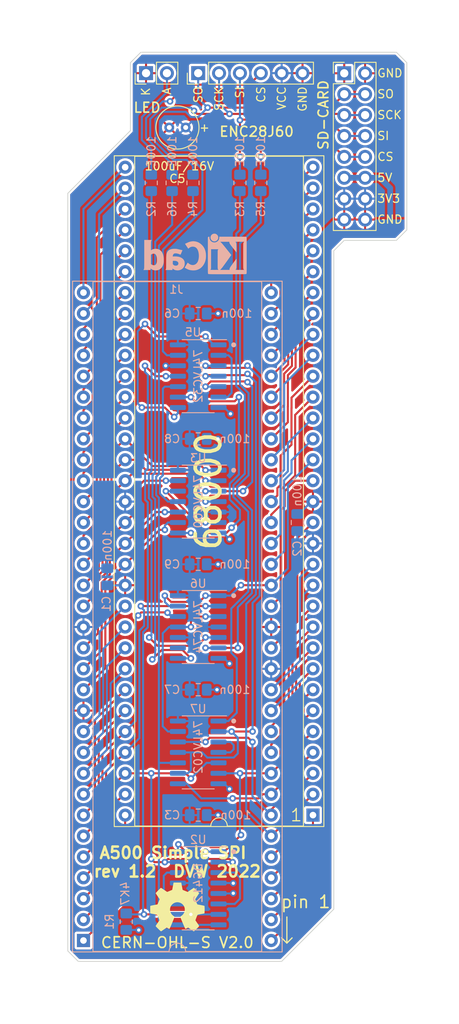
<source format=kicad_pcb>
(kicad_pcb (version 20211014) (generator pcbnew)
  (title_block (title "A500 Simple SPI Controller") (date "2022-11-16") (rev "1.2") (company "Dennis van Weeren"))
  (layers (0 "F.Cu" signal) (31 "B.Cu" signal) (34 "B.Paste" user) (35 "F.Paste" user) (36 "B.SilkS" user "B.Silkscreen") (37 "F.SilkS" user "F.Silkscreen") (38 "B.Mask" user) (39 "F.Mask" user) (44 "Edge.Cuts" user))
  (net 0 "")
  (net 1 "GND")
  (net 2 "VCC")
  (net 3 "+3.3V")
  (net 4 "/D5")
  (net 5 "/D6")
  (net 6 "/D7")
  (net 7 "/D8")
  (net 8 "/D9")
  (net 9 "/D10")
  (net 10 "/D11")
  (net 11 "/D12")
  (net 12 "/D13")
  (net 13 "/D14")
  (net 14 "/D15")
  (net 15 "/A23")
  (net 16 "/A22")
  (net 17 "/A21")
  (net 18 "/A20")
  (net 19 "/A19")
  (net 20 "/A18")
  (net 21 "/A17")
  (net 22 "/A16")
  (net 23 "/A15")
  (net 24 "/A14")
  (net 25 "/A13")
  (net 26 "/A12")
  (net 27 "/A11")
  (net 28 "/A10")
  (net 29 "/A9")
  (net 30 "/A8")
  (net 31 "/A7")
  (net 32 "/A6")
  (net 33 "/A5")
  (net 34 "/A4")
  (net 35 "/A3")
  (net 36 "/A2")
  (net 37 "/A1")
  (net 38 "FC0")
  (net 39 "FC1")
  (net 40 "FC2")
  (net 41 "~{IPL0}")
  (net 42 "~{IPL1}")
  (net 43 "~{IPL2}")
  (net 44 "~{BERR}")
  (net 45 "~{VPA}")
  (net 46 "E")
  (net 47 "~{VMA}")
  (net 48 "~{RESET}")
  (net 49 "~{HALT}")
  (net 50 "CLK")
  (net 51 "~{BR}")
  (net 52 "~{BGACK}")
  (net 53 "~{BG}")
  (net 54 "~{DTACK}")
  (net 55 "R\\~{W}")
  (net 56 "~{LDS}")
  (net 57 "~{UDS}")
  (net 58 "~{AS}")
  (net 59 "/D0")
  (net 60 "/D1")
  (net 61 "/D2")
  (net 62 "/D3")
  (net 63 "/D4")
  (net 64 "~{CS2}")
  (net 65 "MOSI")
  (net 66 "SCLK")
  (net 67 "MISO")
  (net 68 "Net-(R2-Pad1)")
  (net 69 "Net-(U3-Pad11)")
  (net 70 "~{CS1}")
  (net 71 "Net-(R1-Pad1)")
  (net 72 "Net-(R3-Pad1)")
  (net 73 "Net-(R4-Pad1)")
  (net 74 "Net-(R5-Pad1)")
  (net 75 "Net-(U2-Pad3)")
  (net 76 "Net-(U2-Pad11)")
  (net 77 "Net-(U7-Pad3)")
  (net 78 "Net-(U3-Pad8)")
  (net 79 "Net-(U5-Pad1)")
  (net 80 "Net-(U3-Pad12)")
  (net 81 "Net-(U3-Pad3)")
  (net 82 "~{DECODE}")
  (net 83 "Net-(U6-Pad11)")
  (net 85 "Net-(U5-Pad2)")
  (net 86 "LED_SD")
  (net 87 "Net-(R6-Pad1)")
  (footprint "Connector_PinHeader_2.54mm:PinHeader_1x02_P2.54mm_Vertical" (layer "F.Cu") (at 167.64 31.75 90)
    (fp_text reference "J4" hide)
    (fp_text value "Conn_SD_ACT_LED")
  )
  (footprint "Symbol:OSHW-Symbol_6.7x6mm_SilkScreen" (layer "F.Cu") (at 171.45 133.096)
    (fp_text reference "REF**" hide)
    (fp_text value "OSHW-Symbol_6.7x6mm_SilkScreen" hide)
  )
  (footprint "Capacitor_THT:C_Radial_D5.0mm_H7.0mm_P2.00mm" (layer "F.Cu") (at 172.466 38.354 180)
    (fp_text reference "C5")
    (fp_text value "100uF/16V")
  )
  (footprint "Connector_PinHeader_2.54mm:PinHeader_2x08_P2.54mm_Vertical" (layer "F.Cu") (at 191.77 31.765)
    (fp_text reference "J3" hide)
    (fp_text value "Conn_SD_Module")
  )
  (footprint "Package_DIP:DIP-64_W22.86mm_Socket" (layer "F.Cu") (at 187.96 121.92 180)
    (fp_text reference "U1" hide)
    (fp_text value "MC68000")
  )
  (footprint "Connector_PinHeader_2.54mm:PinHeader_1x06_P2.54mm_Vertical" (layer "F.Cu") (at 173.99 31.75 90)
    (fp_text reference "J2" hide)
    (fp_text value "Conn_LAN_Module")
  )
  (footprint "Resistor_SMD:R_0805_2012Metric_Pad1.20x1.40mm_HandSolder" (layer "B.Cu") (at 179.07 45.085 90)
    (fp_text reference "R3")
    (fp_text value "100E")
  )
  (footprint "Package_SO:SOIC-16_3.9x9.9mm_P1.27mm" (layer "B.Cu") (at 173.99 130.81 180)
    (fp_text reference "U2")
    (fp_text value "DG412")
  )
  (footprint "Resistor_SMD:R_0805_2012Metric_Pad1.20x1.40mm_HandSolder" (layer "B.Cu") (at 170.815 45.085 90)
    (fp_text reference "R6")
    (fp_text value "100E")
  )
  (footprint "Capacitor_SMD:C_0805_2012Metric_Pad1.18x1.45mm_HandSolder" (layer "B.Cu") (at 186.055 86.36 90)
    (fp_text reference "C2")
    (fp_text value "100n")
  )
  (footprint "Capacitor_SMD:C_0805_2012Metric_Pad1.18x1.45mm_HandSolder" (layer "B.Cu") (at 173.99 91.44)
    (fp_text reference "C9")
    (fp_text value "100n")
  )
  (footprint "Resistor_SMD:R_0805_2012Metric_Pad1.20x1.40mm_HandSolder" (layer "B.Cu") (at 181.61 45.085 90)
    (fp_text reference "R5")
    (fp_text value "100E")
  )
  (footprint "Capacitor_SMD:C_0805_2012Metric_Pad1.18x1.45mm_HandSolder" (layer "B.Cu") (at 162.9156 92.964 90)
    (fp_text reference "C1")
    (fp_text value "100n")
  )
  (footprint "Resistor_SMD:R_0805_2012Metric_Pad1.20x1.40mm_HandSolder" (layer "B.Cu") (at 165.227 134.874 -90)
    (fp_text reference "R1")
    (fp_text value "4K7")
  )
  (footprint "Package_SO:SOIC-14_3.9x8.7mm_P1.27mm" (layer "B.Cu") (at 173.99 99.06 180)
    (fp_text reference "U6")
    (fp_text value "74LVC74")
  )
  (footprint "Capacitor_SMD:C_0805_2012Metric_Pad1.18x1.45mm_HandSolder" (layer "B.Cu") (at 173.99 106.68)
    (fp_text reference "C7")
    (fp_text value "100n")
  )
  (footprint "Capacitor_SMD:C_0805_2012Metric_Pad1.18x1.45mm_HandSolder" (layer "B.Cu") (at 173.99 121.92)
    (fp_text reference "C3")
    (fp_text value "100n")
  )
  (footprint "Capacitor_SMD:C_0805_2012Metric_Pad1.18x1.45mm_HandSolder" (layer "B.Cu") (at 173.99 60.96)
    (fp_text reference "C6")
    (fp_text value "100n")
  )
  (footprint "Resistor_SMD:R_0805_2012Metric_Pad1.20x1.40mm_HandSolder" (layer "B.Cu") (at 173.355 45.085 90)
    (fp_text reference "R4")
    (fp_text value "100E")
  )
  (footprint "Resistor_SMD:R_0805_2012Metric_Pad1.20x1.40mm_HandSolder" (layer "B.Cu") (at 168.275 45.085 90)
    (fp_text reference "R2")
    (fp_text value "100E")
  )
  (footprint "Package_SO:SOIC-14_3.9x8.7mm_P1.27mm" (layer "B.Cu") (at 173.99 114.3 180)
    (fp_text reference "U7")
    (fp_text value "74LVC02")
  )
  (footprint "Package_SO:SOIC-14_3.9x8.7mm_P1.27mm" (layer "B.Cu") (at 173.99 83.82 180)
    (fp_text reference "U3")
    (fp_text value "74LVC00")
  )
  (footprint "Package_SO:SOIC-14_3.9x8.7mm_P1.27mm" (layer "B.Cu") (at 173.99 68.58 180)
    (fp_text reference "U5")
    (fp_text value "74LVC32")
  )
  (footprint "Capacitor_SMD:C_0805_2012Metric_Pad1.18x1.45mm_HandSolder" (layer "B.Cu") (at 173.99 76.2)
    (fp_text reference "C8")
    (fp_text value "100n")
  )
  (footprint "Symbol:KiCad-Logo_5mm_SilkScreen" (layer "B.Cu") (at 173.614698 54.238938 180)
    (fp_text reference "REF**" hide)
    (fp_text value "KiCad-Logo_5mm_SilkScreen" hide)
  )
  (footprint "Package_DIP:DIP-64_W22.86mm_Socket" (layer "B.Cu") (at 160.02 137.16)
    (fp_text reference "J1")
    (fp_text value "68K_Host_Interface")
  )
  (gr_circle (center 178.308 64.77) (end 178.458 64.77) (layer "B.SilkS") (width 0.3) (fill none))
  (gr_circle (center 178.308 126.365) (end 178.458 126.365) (layer "B.SilkS") (width 0.3) (fill none))
  (gr_circle (center 178.308 95.25) (end 178.458 95.25) (layer "B.SilkS") (width 0.3) (fill none))
  (gr_circle (center 178.308 110.49) (end 178.458 110.49) (layer "B.SilkS") (width 0.3) (fill none))
  (gr_circle (center 178.308 80.01) (end 178.458 80.01) (layer "B.SilkS") (width 0.3) (fill none))
  (gr_line (start 184.785 134.3025) (end 184.785 137.4775) (layer "F.SilkS") (width 0.15))
  (gr_line (start 184.15 136.8425) (end 184.785 137.4775) (layer "F.SilkS") (width 0.15))
  (gr_line (start 185.42 136.8425) (end 184.785 137.4775) (layer "F.SilkS") (width 0.15))
  (gr_line (start 190.5 53.34) (end 190.5 133.35) (layer "Edge.Cuts") (width 0.1))
  (gr_line (start 190.5 53.34) (end 191.77 52.07) (layer "Edge.Cuts") (width 0.1))
  (gr_line (start 165.735 38.735) (end 165.735 30.48) (layer "Edge.Cuts") (width 0.1))
  (gr_line (start 198.12 52.07) (end 191.77 52.07) (layer "Edge.Cuts") (width 0.1))
  (gr_line (start 198.12 29.21) (end 167.005 29.21) (layer "Edge.Cuts") (width 0.1))
  (gr_line (start 198.12 29.21) (end 199.39 30.48) (layer "Edge.Cuts") (width 0.1))
  (gr_line (start 158.115 138.43) (end 159.385 139.7) (layer "Edge.Cuts") (width 0.1))
  (gr_line (start 184.15 139.7) (end 159.385 139.7) (layer "Edge.Cuts") (width 0.1))
  (gr_line (start 158.115 138.43) (end 158.115 46.355) (layer "Edge.Cuts") (width 0.1))
  (gr_line (start 167.005 29.21) (end 165.735 30.48) (layer "Edge.Cuts") (width 0.1))
  (gr_line (start 199.39 30.48) (end 199.39 50.8) (layer "Edge.Cuts") (width 0.1))
  (gr_line (start 199.39 50.8) (end 198.12 52.07) (layer "Edge.Cuts") (width 0.1))
  (gr_line (start 190.5 133.35) (end 184.15 139.7) (layer "Edge.Cuts") (width 0.1))
  (gr_line (start 165.735 38.735) (end 158.115 46.355) (layer "Edge.Cuts") (width 0.1))
  (gr_text "GND" (at 195.707 31.75) (layer "F.SilkS") (effects (font (size 1 1)) (justify left)))
  (gr_text "CS" (at 181.64 33.274 90) (layer "F.SilkS") (effects (font (size 1 1)) (justify right)))
  (gr_text "SD-CARD" (at 189.23 36.83 90) (layer "F.SilkS") (effects (font (size 1.2 1.2) (thickness 0.2))))
  (gr_text "SO" (at 195.707 34.29) (layer "F.SilkS") (effects (font (size 1 1)) (justify left)))
  (gr_text "ENC28J60" (at 181.102 38.862) (layer "F.SilkS") (effects (font (size 1.2 1.2) (thickness 0.2))))
  (gr_text "A" (at 170.18 33.401 90) (layer "F.SilkS") (effects (font (size 1 1)) (justify right)))
  (gr_text "+" (at 174.752 38.354) (layer "F.SilkS") (effects (font (size 1 1))))
  (gr_text "VCC" (at 184.15 33.274 90) (layer "F.SilkS") (effects (font (size 1 1)) (justify right)))
  (gr_text "CS" (at 195.707 41.91) (layer "F.SilkS") (effects (font (size 1 1)) (justify left)))
  (gr_text "SI" (at 195.707 39.37) (layer "F.SilkS") (effects (font (size 1 1)) (justify left)))
  (gr_text "SCK\n" (at 195.707 36.83) (layer "F.SilkS") (effects (font (size 1 1)) (justify left)))
  (gr_text "5V\n" (at 195.707 44.45) (layer "F.SilkS") (effects (font (size 1 1)) (justify left)))
  (gr_text "pin 1" (at 187.071 132.461) (layer "F.SilkS") (effects (font (size 1.5 1.5) (thickness 0.2))))
  (gr_text "SO" (at 173.99 33.274 90) (layer "F.SilkS") (effects (font (size 1 1)) (justify right)))
  (gr_text "LED" (at 167.767 35.941) (layer "F.SilkS") (effects (font (size 1.2 1.2) (thickness 0.2))))
  (gr_text "68000" (at 175.26 82.55 90) (layer "F.SilkS") (effects (font (size 3 3) (thickness 0.45))))
  (gr_text "SI" (at 179.07 33.274 90) (layer "F.SilkS") (effects (font (size 1 1)) (justify right)))
  (gr_text "1" (at 185.928 121.92) (layer "F.SilkS") (effects (font (size 1.5 1.5))))
  (gr_text "3V3" (at 195.707 46.99) (layer "F.SilkS") (effects (font (size 1 1)) (justify left)))
  (gr_text "SCK" (at 176.53 33.274 90) (layer "F.SilkS") (effects (font (size 1 1)) (justify right)))
  (gr_text "K" (at 167.61 33.401 90) (layer "F.SilkS") (effects (font (size 1 1)) (justify right)))
  (gr_text "CERN-OHL-S V2.0" (at 171.45 137.414) (layer "F.SilkS") (effects (font (size 1.3 1.3) (thickness 0.2))))
  (gr_text "GND" (at 186.69 33.274 90) (layer "F.SilkS") (effects (font (size 1 1)) (justify right)))
  (gr_text "GND" (at 195.707 49.53) (layer "F.SilkS") (effects (font (size 1 1)) (justify left)))
  (gr_text "A500 Simple SPI \nrev 1.2  DVW 2022" (at 171.45 127.635) (layer "F.SilkS") (effects (font (size 1.4 1.4) (thickness 0.3))))
  (via (at 178.2572 130.2004) (size 0.8) (drill 0.4) (layers "F.Cu" "B.Cu") (net 1))
  (via (at 177.922356 73.147356) (size 0.8) (drill 0.4) (layers "F.Cu" "B.Cu") (net 1))
  (via (at 177.8 103.505) (size 0.8) (drill 0.4) (layers "F.Cu" "B.Cu") (net 1))
  (via (at 166.751 135.89) (size 0.8) (drill 0.4) (layers "F.Cu" "B.Cu") (net 1))
  (via (at 178.2572 131.4196) (size 0.8) (drill 0.4) (layers "F.Cu" "B.Cu") (net 1))
  (via (at 176.403 91.44) (size 0.8) (drill 0.4) (layers "F.Cu" "B.Cu") (net 1))
  (via (at 176.276 106.68) (size 0.8) (drill 0.4) (layers "F.Cu" "B.Cu") (net 1))
  (via (at 177.8 88.392) (size 0.8) (drill 0.4) (layers "F.Cu" "B.Cu") (net 1))
  (via (at 177.8 118.745) (size 0.8) (drill 0.4) (layers "F.Cu" "B.Cu") (net 1))
  (via (at 176.403 121.92) (size 0.8) (drill 0.4) (layers "F.Cu" "B.Cu") (net 1))
  (via (at 176.403 60.96) (size 0.8) (drill 0.4) (layers "F.Cu" "B.Cu") (net 1))
  (via (at 170.0276 67.31) (size 0.8) (drill 0.4) (layers "F.Cu" "B.Cu") (net 1))
  (via (at 176.403 76.2) (size 0.8) (drill 0.4) (layers "F.Cu" "B.Cu") (net 1))
  (segment (start 176.465 102.87) (end 177.165 102.87) (width 0.25) (layer "B.Cu") (net 1))
  (segment (start 176.465 130.175) (end 178.2318 130.175) (width 0.25) (layer "B.Cu") (net 1))
  (segment (start 165.227 135.874) (end 166.735 135.874) (width 0.25) (layer "B.Cu") (net 1))
  (segment (start 177.165 72.39) (end 177.922356 73.147356) (width 0.25) (layer "B.Cu") (net 1))
  (segment (start 177.165 118.11) (end 177.8 118.745) (width 0.25) (layer "B.Cu") (net 1))
  (segment (start 176.465 87.63) (end 177.038 87.63) (width 0.25) (layer "B.Cu") (net 1))
  (segment (start 176.465 72.39) (end 177.165 72.39) (width 0.25) (layer "B.Cu") (net 1))
  (segment (start 178.2318 131.445) (end 178.2572 131.4196) (width 0.25) (layer "B.Cu") (net 1))
  (segment (start 165.0785 94.0015) (end 165.1 93.98) (width 0.25) (layer "B.Cu") (net 1))
  (segment (start 171.515 67.31) (end 170.0276 67.31) (width 0.25) (layer "B.Cu") (net 1))
  (segment (start 175.0275 60.96) (end 176.403 60.96) (width 0.25) (layer "B.Cu") (net 1))
  (segment (start 175.0275 91.44) (end 176.403 91.44) (width 0.25) (layer "B.Cu") (net 1))
  (segment (start 177.165 102.87) (end 177.8 103.505) (width 0.25) (layer "B.Cu") (net 1))
  (segment (start 175.0275 76.2) (end 176.403 76.2) (width 0.25) (layer "B.Cu") (net 1))
  (segment (start 166.735 135.874) (end 166.751 135.89) (width 0.25) (layer "B.Cu") (net 1))
  (segment (start 176.465 131.445) (end 178.2318 131.445) (width 0.25) (layer "B.Cu") (net 1))
  (segment (start 178.2318 130.175) (end 178.2572 130.2004) (width 0.25) (layer "B.Cu") (net 1))
  (segment (start 175.0275 121.92) (end 176.403 121.92) (width 0.25) (layer "B.Cu") (net 1))
  (segment (start 186.055 85.3225) (end 186.267 85.3225) (width 0.25) (layer "B.Cu") (net 1))
  (segment (start 186.267 85.3225) (end 187.7695 83.82) (width 0.25) (layer "B.Cu") (net 1))
  (segment (start 176.465 118.11) (end 177.165 118.11) (width 0.25) (layer "B.Cu") (net 1))
  (segment (start 162.9156 94.0015) (end 165.0785 94.0015) (width 0.25) (layer "B.Cu") (net 1))
  (segment (start 175.0275 106.68) (end 176.276 106.68) (width 0.25) (layer "B.Cu") (net 1))
  (segment (start 187.7695 83.82) (end 187.96 83.82) (width 0.25) (layer "B.Cu") (net 1))
  (segment (start 177.038 87.63) (end 177.8 88.392) (width 0.25) (layer "B.Cu") (net 1))
  (segment (start 197.358 45.72) (end 197.358 50.8) (width 0.7) (layer "B.Cu") (net 2))
  (segment (start 191.77 44.465) (end 194.31 44.465) (width 0.7) (layer "B.Cu") (net 2))
  (segment (start 194.31 44.465) (end 196.103 44.465) (width 0.7) (layer "B.Cu") (net 2))
  (segment (start 196.103 44.465) (end 197.358 45.72) (width 0.7) (layer "B.Cu") (net 2))
  (segment (start 165.1 132.08) (end 165.1 121.92) (width 0.25) (layer "F.Cu") (net 4))
  (segment (start 160.02 137.16) (end 165.1 132.08) (width 0.25) (layer "F.Cu") (net 4))
  (segment (start 163.6776 130.9624) (end 160.02 134.62) (width 0.25) (layer "F.Cu") (net 5))
  (segment (start 165.1 119.38) (end 164.973 119.38) (width 0.25) (layer "F.Cu") (net 5))
  (segment (start 164.973 119.38) (end 163.6776 120.6754) (width 0.25) (layer "F.Cu") (net 5))
  (segment (start 163.6776 120.6754) (end 163.6776 130.9624) (width 0.25) (layer "F.Cu") (net 5))
  (segment (start 169.926 127.635) (end 170.307 127.254) (width 0.25) (layer "F.Cu") (net 6))
  (segment (start 163.228099 118.711901) (end 163.228099 128.871901) (width 0.25) (layer "F.Cu") (net 6))
  (segment (start 165.1 116.84) (end 163.228099 118.711901) (width 0.25) (layer "F.Cu") (net 6))
  (segment (start 177.8 127.254) (end 178.181 127.635) (width 0.25) (layer "F.Cu") (net 6))
  (segment (start 163.228099 128.871901) (end 160.02 132.08) (width 0.25) (layer "F.Cu") (net 6))
  (segment (start 172.466 116.84) (end 173.101 117.475) (width 0.25) (layer "F.Cu") (net 6))
  (segment (start 168.275 116.84) (end 172.466 116.84) (width 0.25) (layer "F.Cu") (net 6))
  (segment (start 168.656 127.635) (end 168.275 127.254) (width 0.25) (layer "F.Cu") (net 6))
  (segment (start 169.926 127.635) (end 168.656 127.635) (width 0.25) (layer "F.Cu") (net 6))
  (segment (start 170.307 127.254) (end 177.8 127.254) (width 0.25) (layer "F.Cu") (net 6))
  (segment (start 168.275 116.84) (end 165.1 116.84) (width 0.25) (layer "F.Cu") (net 6))
  (via (at 168.275 127.254) (size 0.8) (drill 0.4) (layers "F.Cu" "B.Cu") (net 6))
  (via (at 168.275 116.84) (size 0.8) (drill 0.4) (layers "F.Cu" "B.Cu") (net 6))
  (via (at 178.181 127.635) (size 0.8) (drill 0.4) (layers "F.Cu" "B.Cu") (net 6))
  (via (at 169.926 127.635) (size 0.8) (drill 0.4) (layers "F.Cu" "B.Cu") (net 6))
  (via (at 173.101 117.475) (size 0.8) (drill 0.4) (layers "F.Cu" "B.Cu") (net 6))
  (segment (start 176.465 115.57) (end 175.006 115.57) (width 0.25) (layer "B.Cu") (net 6))
  (segment (start 171.515 127.635) (end 169.926 127.635) (width 0.25) (layer "B.Cu") (net 6))
  (segment (start 168.275 116.84) (end 168.275 127.254) (width 0.25) (layer "B.Cu") (net 6))
  (segment (start 178.181 127.635) (end 176.465 127.635) (width 0.25) (layer "B.Cu") (net 6))
  (segment (start 175.006 115.57) (end 173.101 117.475) (width 0.25) (layer "B.Cu") (net 6))
  (segment (start 162.778598 116.621402) (end 162.778598 126.781402) (width 0.25) (layer "F.Cu") (net 7))
  (segment (start 165.1 114.3) (end 162.778598 116.621402) (width 0.25) (layer "F.Cu") (net 7))
  (segment (start 162.778598 126.781402) (end 160.02 129.54) (width 0.25) (layer "F.Cu") (net 7))
  (segment (start 174.879 96.52) (end 167.005 96.52) (width 0.25) (layer "F.Cu") (net 7))
  (via (at 174.879 96.52) (size 0.8) (drill 0.4) (layers "F.Cu" "B.Cu") (net 7))
  (via (at 167.005 96.52) (size 0.8) (drill 0.4) (layers "F.Cu" "B.Cu") (net 7))
  (segment (start 167.005 96.52) (end 167.005 96.638402) (width 0.25) (layer "B.Cu") (net 7))
  (segment (start 167.403496 97.036898) (end 167.403496 98.924102) (width 0.25) (layer "B.Cu") (net 7))
  (segment (start 166.829298 112.570702) (end 165.1 114.3) (width 0.25) (layer "B.Cu") (net 7))
  (segment (start 167.005 96.638402) (end 167.403496 97.036898) (width 0.25) (layer "B.Cu") (net 7))
  (segment (start 166.829298 99.4983) (end 166.829298 112.570702) (width 0.25) (layer "B.Cu") (net 7))
  (segment (start 167.403496 98.924102) (end 166.829298 99.4983) (width 0.25) (layer "B.Cu") (net 7))
  (segment (start 176.465 96.52) (end 174.879 96.52) (width 0.25) (layer "B.Cu") (net 7))
  (segment (start 162.329097 114.530903) (end 162.329097 124.690903) (width 0.25) (layer "F.Cu") (net 8))
  (segment (start 170.213415 97.282) (end 167.059996 97.282) (width 0.25) (layer "F.Cu") (net 8))
  (segment (start 165.1 111.76) (end 162.329097 114.530903) (width 0.25) (layer "F.Cu") (net 8))
  (segment (start 170.252004 97.320589) (end 170.213415 97.282) (width 0.25) (layer "F.Cu") (net 8))
  (segment (start 162.329097 124.690903) (end 160.02 127) (width 0.25) (layer "F.Cu") (net 8))
  (segment (start 167.059996 97.282) (end 166.678996 97.663) (width 0.25) (layer "F.Cu") (net 8))
  (via (at 166.678996 97.663) (size 0.8) (drill 0.4) (layers "F.Cu" "B.Cu") (net 8))
  (via (at 170.252004 97.320589) (size 0.8) (drill 0.4) (layers "F.Cu" "B.Cu") (net 8))
  (segment (start 166.379797 97.962199) (end 166.678996 97.663) (width 0.25) (layer "B.Cu") (net 8))
  (segment (start 171.515 97.79) (end 170.721415 97.79) (width 0.25) (layer "B.Cu") (net 8))
  (segment (start 166.379797 110.480203) (end 166.379797 97.962199) (width 0.25) (layer "B.Cu") (net 8))
  (segment (start 165.1 111.76) (end 166.379797 110.480203) (width 0.25) (layer "B.Cu") (net 8))
  (segment (start 170.721415 97.79) (end 170.252004 97.320589) (width 0.25) (layer "B.Cu") (net 8))
  (segment (start 161.879596 122.600404) (end 160.02 124.46) (width 0.25) (layer "F.Cu") (net 9))
  (segment (start 165.1 109.22) (end 161.879596 112.440404) (width 0.25) (layer "F.Cu") (net 9))
  (segment (start 161.879596 112.440404) (end 161.879596 122.600404) (width 0.25) (layer "F.Cu") (net 9))
  (segment (start 161.430095 120.509905) (end 160.02 121.92) (width 0.25) (layer "F.Cu") (net 10))
  (segment (start 165.1 106.68) (end 161.430095 110.349905) (width 0.25) (layer "F.Cu") (net 10))
  (segment (start 161.430095 110.349905) (end 161.430095 120.509905) (width 0.25) (layer "F.Cu") (net 10))
  (segment (start 165.1 104.14) (end 163.322 105.918) (width 0.25) (layer "B.Cu") (net 11))
  (segment (start 163.322 116.078) (end 160.02 119.38) (width 0.25) (layer "B.Cu") (net 11))
  (segment (start 163.322 105.918) (end 163.322 116.078) (width 0.25) (layer "B.Cu") (net 11))
  (segment (start 162.872499 113.987501) (end 160.02 116.84) (width 0.25) (layer "B.Cu") (net 12))
  (segment (start 162.872499 103.827501) (end 162.872499 113.987501) (width 0.25) (layer "B.Cu") (net 12))
  (segment (start 165.1 101.6) (end 162.872499 103.827501) (width 0.25) (layer "B.Cu") (net 12))
  (segment (start 162.422998 101.737002) (end 162.422998 111.897002) (width 0.25) (layer "B.Cu") (net 13))
  (segment (start 162.422998 111.897002) (end 160.02 114.3) (width 0.25) (layer "B.Cu") (net 13))
  (segment (start 165.1 99.06) (end 162.422998 101.737002) (width 0.25) (layer "B.Cu") (net 13))
  (segment (start 165.1 96.52) (end 161.973497 99.646503) (width 0.25) (layer "B.Cu") (net 14))
  (segment (start 161.973497 99.646503) (end 161.973497 109.806503) (width 0.25) (layer "B.Cu") (net 14))
  (segment (start 161.973497 109.806503) (end 160.02 111.76) (width 0.25) (layer "B.Cu") (net 14))
  (segment (start 169.291 87.249) (end 169.926 87.249) (width 0.25) (layer "F.Cu") (net 15))
  (segment (start 160.0708 106.68) (end 162.687 104.0638) (width 0.25) (layer "F.Cu") (net 15))
  (segment (start 162.687 104.0638) (end 162.687 93.853) (width 0.25) (layer "F.Cu") (net 15))
  (segment (start 165.1 91.44) (end 169.291 87.249) (width 0.25) (layer "F.Cu") (net 15))
  (segment (start 160.02 106.68) (end 160.0708 106.68) (width 0.25) (layer "F.Cu") (net 15))
  (segment (start 162.687 93.853) (end 165.1 91.44) (width 0.25) (layer "F.Cu") (net 15))
  (via (at 169.926 87.249) (size 0.8) (drill 0.4) (layers "F.Cu" "B.Cu") (net 15))
  (segment (start 169.926 86.741) (end 169.926 87.249) (width 0.25) (layer "B.Cu") (net 15))
  (segment (start 171.515 86.36) (end 170.307 86.36) (width 0.25) (layer "B.Cu") (net 15))
  (segment (start 170.307 86.36) (end 169.926 86.741) (width 0.25) (layer "B.Cu") (net 15))
  (segment (start 163.240404 92.663906) (end 163.240404 90.759596) (width 0.25) (layer "F.Cu") (net 16))
  (segment (start 160.02 104.14) (end 162.237499 101.922501) (width 0.25) (layer "F.Cu") (net 16))
  (segment (start 162.237499 93.666811) (end 163.240404 92.663906) (width 0.25) (layer "F.Cu") (net 16))
  (segment (start 162.237499 101.922501) (end 162.237499 93.666811) (width 0.25) (layer "F.Cu") (net 16))
  (segment (start 165.1 88.9) (end 168.91 85.09) (width 0.25) (layer "F.Cu") (net 16))
  (segment (start 163.240404 90.759596) (end 165.1 88.9) (width 0.25) (layer "F.Cu") (net 16))
  (segment (start 168.91 85.09) (end 169.926 85.09) (width 0.25) (layer "F.Cu") (net 16))
  (via (at 169.926 85.09) (size 0.8) (drill 0.4) (layers "F.Cu" "B.Cu") (net 16))
  (segment (start 171.515 85.09) (end 169.926 85.09) (width 0.25) (layer "B.Cu") (net 16))
  (segment (start 160.02 101.6) (end 161.787998 99.832002) (width 0.25) (layer "F.Cu") (net 17))
  (segment (start 162.790903 92.477717) (end 162.790903 88.669097) (width 0.25) (layer "F.Cu") (net 17))
  (segment (start 166.624 82.042) (end 166.624 84.836) (width 0.25) (layer "F.Cu") (net 17))
  (segment (start 162.790903 88.669097) (end 165.1 86.36) (width 0.25) (layer "F.Cu") (net 17))
  (segment (start 166.624 84.836) (end 165.1 86.36) (width 0.25) (layer "F.Cu") (net 17))
  (segment (start 161.787998 93.480622) (end 162.790903 92.477717) (width 0.25) (layer "F.Cu") (net 17))
  (segment (start 161.787998 99.832002) (end 161.787998 93.480622) (width 0.25) (layer "F.Cu") (net 17))
  (segment (start 170.053 81.28) (end 167.386 81.28) (width 0.25) (layer "F.Cu") (net 17))
  (segment (start 167.386 81.28) (end 166.624 82.042) (width 0.25) (layer "F.Cu") (net 17))
  (via (at 170.053 81.28) (size 0.8) (drill 0.4) (layers "F.Cu" "B.Cu") (net 17))
  (segment (start 171.515 81.28) (end 170.053 81.28) (width 0.25) (layer "B.Cu") (net 17))
  (segment (start 162.341402 92.291528) (end 162.341402 87.536659) (width 0.25) (layer "F.Cu") (net 18))
  (segment (start 162.341402 87.536659) (end 163.885406 85.992655) (width 0.25) (layer "F.Cu") (net 18))
  (segment (start 173.2655 80.4285) (end 165.9515 80.4285) (width 0.25) (layer "F.Cu") (net 18))
  (segment (start 163.885406 82.494594) (end 165.1 81.28) (width 0.25) (layer "F.Cu") (net 18))
  (segment (start 163.885406 85.992655) (end 163.885406 82.494594) (width 0.25) (layer "F.Cu") (net 18))
  (segment (start 173.863 82.804) (end 173.863 81.026) (width 0.25) (layer "F.Cu") (net 18))
  (segment (start 160.02 96.52) (end 161.338497 95.201503) (width 0.25) (layer "F.Cu") (net 18))
  (segment (start 165.9515 80.4285) (end 165.1 81.28) (width 0.25) (layer "F.Cu") (net 18))
  (segment (start 161.338497 93.294433) (end 162.341402 92.291528) (width 0.25) (layer "F.Cu") (net 18))
  (segment (start 174.879 83.82) (end 173.863 82.804) (width 0.25) (layer "F.Cu") (net 18))
  (segment (start 173.863 81.026) (end 173.2655 80.4285) (width 0.25) (layer "F.Cu") (net 18))
  (segment (start 161.338497 95.201503) (end 161.338497 93.294433) (width 0.25) (layer "F.Cu") (net 18))
  (via (at 174.879 83.82) (size 0.8) (drill 0.4) (layers "F.Cu" "B.Cu") (net 18))
  (segment (start 176.465 83.82) (end 174.879 83.82) (width 0.25) (layer "B.Cu") (net 18))
  (segment (start 161.891901 87.35047) (end 163.435905 85.806466) (width 0.25) (layer "F.Cu") (net 19))
  (segment (start 173.551191 79.951501) (end 167.581501 79.951501) (width 0.25) (layer "F.Cu") (net 19))
  (segment (start 161.891901 92.105339) (end 161.891901 87.35047) (width 0.25) (layer "F.Cu") (net 19))
  (segment (start 163.435905 85.806466) (end 163.435905 80.404095) (width 0.25) (layer "F.Cu") (net 19))
  (segment (start 160.02 93.97724) (end 161.891901 92.105339) (width 0.25) (layer "F.Cu") (net 19))
  (segment (start 174.879 81.28) (end 174.879 81.27931) (width 0.25) (layer "F.Cu") (net 19))
  (segment (start 160.02 93.98) (end 160.02 93.97724) (width 0.25) (layer "F.Cu") (net 19))
  (segment (start 163.435905 80.404095) (end 165.1 78.74) (width 0.25) (layer "F.Cu") (net 19))
  (segment (start 174.879 81.27931) (end 173.551191 79.951501) (width 0.25) (layer "F.Cu") (net 19))
  (segment (start 167.581501 79.951501) (end 166.37 78.74) (width 0.25) (layer "F.Cu") (net 19))
  (segment (start 166.37 78.74) (end 165.1 78.74) (width 0.25) (layer "F.Cu") (net 19))
  (via (at 174.879 81.28) (size 0.8) (drill 0.4) (layers "F.Cu" "B.Cu") (net 19))
  (segment (start 176.465 81.28) (end 174.879 81.28) (width 0.25) (layer "B.Cu") (net 19))
  (segment (start 160.02 91.44) (end 160.02 91.3892) (width 0.25) (layer "F.Cu") (net 20))
  (segment (start 160.02 91.3892) (end 161.4424 89.9668) (width 0.25) (layer "F.Cu") (net 20))
  (segment (start 174.371 79.502) (end 168.402 79.502) (width 0.25) (layer "F.Cu") (net 20))
  (segment (start 174.879 80.01) (end 174.371 79.502) (width 0.25) (layer "F.Cu") (net 20))
  (segment (start 168.402 79.502) (end 165.1 76.2) (width 0.25) (layer "F.Cu") (net 20))
  (segment (start 161.4424 87.164281) (end 162.986404 85.620277) (width 0.25) (layer "F.Cu") (net 20))
  (segment (start 162.986404 78.313596) (end 165.1 76.2) (width 0.25) (layer "F.Cu") (net 20))
  (segment (start 161.4424 89.9668) (end 161.4424 87.164281) (width 0.25) (layer "F.Cu") (net 20))
  (segment (start 162.986404 85.620277) (end 162.986404 78.313596) (width 0.25) (layer "F.Cu") (net 20))
  (via (at 174.879 80.01) (size 0.8) (drill 0.4) (layers "F.Cu" "B.Cu") (net 20))
  (segment (start 176.465 80.01) (end 174.879 80.01) (width 0.25) (layer "B.Cu") (net 20))
  (segment (start 160.02 88.9) (end 160.02 87.950991) (width 0.25) (layer "F.Cu") (net 21))
  (segment (start 163.842006 74.917994) (end 165.1 73.66) (width 0.25) (layer "F.Cu") (net 21))
  (segment (start 162.536903 77.816848) (end 163.842006 76.511745) (width 0.25) (layer "F.Cu") (net 21))
  (segment (start 160.02 87.950991) (end 162.536903 85.434088) (width 0.25) (layer "F.Cu") (net 21))
  (segment (start 162.536903 85.434088) (end 162.536903 77.816848) (width 0.25) (layer "F.Cu") (net 21))
  (segment (start 163.842006 76.511745) (end 163.842006 74.917994) (width 0.25) (layer "F.Cu") (net 21))
  (segment (start 160.02 86.36) (end 162.087402 84.292598) (width 0.25) (layer "F.Cu") (net 22))
  (segment (start 162.087402 77.630659) (end 163.392505 76.325556) (width 0.25) (layer "F.Cu") (net 22))
  (segment (start 163.392505 72.827495) (end 165.1 71.12) (width 0.25) (layer "F.Cu") (net 22))
  (segment (start 162.087402 84.292598) (end 162.087402 77.630659) (width 0.25) (layer "F.Cu") (net 22))
  (segment (start 163.392505 76.325556) (end 163.392505 72.827495) (width 0.25) (layer "F.Cu") (net 22))
  (segment (start 161.637901 82.202099) (end 161.637901 77.44447) (width 0.25) (layer "F.Cu") (net 23))
  (segment (start 160.02 83.82) (end 161.637901 82.202099) (width 0.25) (layer "F.Cu") (net 23))
  (segment (start 162.943004 76.139367) (end 162.943004 70.736996) (width 0.25) (layer "F.Cu") (net 23))
  (segment (start 161.637901 77.44447) (end 162.943004 76.139367) (width 0.25) (layer "F.Cu") (net 23))
  (segment (start 162.943004 70.736996) (end 165.1 68.58) (width 0.25) (layer "F.Cu") (net 23))
  (segment (start 160.02 81.28) (end 160.02 80.330991) (width 0.25) (layer "F.Cu") (net 24))
  (segment (start 163.689905 67.450095) (end 165.1 66.04) (width 0.25) (layer "F.Cu") (net 24))
  (segment (start 162.493503 70.240248) (end 163.689905 69.043846) (width 0.25) (layer "F.Cu") (net 24))
  (segment (start 162.493503 75.953178) (end 162.493503 70.240248) (width 0.25) (layer "F.Cu") (net 24))
  (segment (start 163.689905 69.043846) (end 163.689905 67.450095) (width 0.25) (layer "F.Cu") (net 24))
  (segment (start 161.1884 79.162591) (end 161.1884 77.258281) (width 0.25) (layer "F.Cu") (net 24))
  (segment (start 160.02 80.330991) (end 161.1884 79.162591) (width 0.25) (layer "F.Cu") (net 24))
  (segment (start 161.1884 77.258281) (end 162.493503 75.953178) (width 0.25) (layer "F.Cu") (net 24))
  (segment (start 160.02 78.74) (end 160.02 77.790991) (width 0.25) (layer "F.Cu") (net 25))
  (segment (start 162.044002 70.054059) (end 163.240404 68.857657) (width 0.25) (layer "F.Cu") (net 25))
  (segment (start 163.240404 65.359596) (end 165.1 63.5) (width 0.25) (layer "F.Cu") (net 25))
  (segment (start 160.02 77.790991) (end 162.044002 75.766989) (width 0.25) (layer "F.Cu") (net 25))
  (segment (start 162.044002 75.766989) (end 162.044002 70.054059) (width 0.25) (layer "F.Cu") (net 25))
  (segment (start 163.240404 68.857657) (end 163.240404 65.359596) (width 0.25) (layer "F.Cu") (net 25))
  (segment (start 161.594501 74.625499) (end 161.594501 69.86787) (width 0.25) (layer "F.Cu") (net 26))
  (segment (start 163.392804 62.667196) (end 165.1 60.96) (width 0.25) (layer "F.Cu") (net 26))
  (segment (start 160.02 76.2) (end 161.594501 74.625499) (width 0.25) (layer "F.Cu") (net 26))
  (segment (start 161.594501 69.86787) (end 162.790903 68.671468) (width 0.25) (layer "F.Cu") (net 26))
  (segment (start 162.790903 68.671468) (end 162.790903 65.151457) (width 0.25) (layer "F.Cu") (net 26))
  (segment (start 163.392804 64.549556) (end 163.392804 62.667196) (width 0.25) (layer "F.Cu") (net 26))
  (segment (start 162.790903 65.151457) (end 163.392804 64.549556) (width 0.25) (layer "F.Cu") (net 26))
  (segment (start 163.443604 60.076396) (end 165.1 58.42) (width 0.25) (layer "F.Cu") (net 27))
  (segment (start 160.02 72.710991) (end 161.145 71.585991) (width 0.25) (layer "F.Cu") (net 27))
  (segment (start 160.02 73.66) (end 160.02 72.710991) (width 0.25) (layer "F.Cu") (net 27))
  (segment (start 162.341402 68.485279) (end 162.341402 64.965268) (width 0.25) (layer "F.Cu") (net 27))
  (segment (start 161.145 69.681681) (end 162.341402 68.485279) (width 0.25) (layer "F.Cu") (net 27))
  (segment (start 161.145 71.585991) (end 161.145 69.681681) (width 0.25) (layer "F.Cu") (net 27))
  (segment (start 162.943303 64.363367) (end 162.943303 62.408257) (width 0.25) (layer "F.Cu") (net 27))
  (segment (start 163.443604 61.907956) (end 163.443604 60.076396) (width 0.25) (layer "F.Cu") (net 27))
  (segment (start 162.943303 62.408257) (end 163.443604 61.907956) (width 0.25) (layer "F.Cu") (net 27))
  (segment (start 162.341402 64.965268) (end 162.943303 64.363367) (width 0.25) (layer "F.Cu") (net 27))
  (segment (start 161.891901 64.779079) (end 162.493802 64.177178) (width 0.25) (layer "F.Cu") (net 28))
  (segment (start 162.493802 64.177178) (end 162.493802 62.222068) (width 0.25) (layer "F.Cu") (net 28))
  (segment (start 160.02 70.170991) (end 161.891901 68.29909) (width 0.25) (layer "F.Cu") (net 28))
  (segment (start 161.891901 68.29909) (end 161.891901 64.779079) (width 0.25) (layer "F.Cu") (net 28))
  (segment (start 160.02 71.12) (end 160.02 70.170991) (width 0.25) (layer "F.Cu") (net 28))
  (segment (start 162.994103 57.985897) (end 165.1 55.88) (width 0.25) (layer "F.Cu") (net 28))
  (segment (start 162.994103 61.721767) (end 162.994103 57.985897) (width 0.25) (layer "F.Cu") (net 28))
  (segment (start 162.493802 62.222068) (end 162.994103 61.721767) (width 0.25) (layer "F.Cu") (net 28))
  (segment (start 160.02 68.58) (end 161.4424 67.1576) (width 0.25) (layer "F.Cu") (net 29))
  (segment (start 162.044301 62.035879) (end 162.544602 61.535578) (width 0.25) (layer "F.Cu") (net 29))
  (segment (start 162.044301 63.990989) (end 162.044301 62.035879) (width 0.25) (layer "F.Cu") (net 29))
  (segment (start 161.4424 64.59289) (end 162.044301 63.990989) (width 0.25) (layer "F.Cu") (net 29))
  (segment (start 162.544602 61.535578) (end 162.544602 55.895398) (width 0.25) (layer "F.Cu") (net 29))
  (segment (start 161.4424 67.1576) (end 161.4424 64.59289) (width 0.25) (layer "F.Cu") (net 29))
  (segment (start 162.544602 55.895398) (end 165.1 53.34) (width 0.25) (layer "F.Cu") (net 29))
  (segment (start 161.5948 63.8048) (end 161.5948 61.84969) (width 0.25) (layer "F.Cu") (net 30))
  (segment (start 162.095101 61.349389) (end 162.095101 53.804899) (width 0.25) (layer "F.Cu") (net 30))
  (segment (start 160.02 66.04) (end 160.02 65.3796) (width 0.25) (layer "F.Cu") (net 30))
  (segment (start 162.095101 53.804899) (end 165.1 50.8) (width 0.25) (layer "F.Cu") (net 30))
  (segment (start 160.02 65.3796) (end 161.5948 63.8048) (width 0.25) (layer "F.Cu") (net 30))
  (segment (start 161.5948 61.84969) (end 162.095101 61.349389) (width 0.25) (layer "F.Cu") (net 30))
  (segment (start 160.02 63.5) (end 160.02 62.7888) (width 0.25) (layer "F.Cu") (net 31))
  (segment (start 161.6456 51.7144) (end 165.1 48.26) (width 0.25) (layer "F.Cu") (net 31))
  (segment (start 160.02 62.7888) (end 161.6456 61.1632) (width 0.25) (layer "F.Cu") (net 31))
  (segment (start 161.6456 61.1632) (end 161.6456 51.7144) (width 0.25) (layer "F.Cu") (net 31))
  (segment (start 160.02 60.96) (end 161.925 59.055) (width 0.25) (layer "B.Cu") (net 32))
  (segment (start 161.925 59.055) (end 161.925 48.895) (width 0.25) (layer "B.Cu") (net 32))
  (segment (start 161.925 48.895) (end 165.1 45.72) (width 0.25) (layer "B.Cu") (net 32))
  (segment (start 160.02 48.26) (end 165.1 43.18) (width 0.25) (layer "B.Cu") (net 33))
  (segment (start 160.02 58.42) (end 160.02 48.26) (width 0.25) (layer "B.Cu") (net 33))
  (segment (start 182.88 58.42) (end 182.88 48.26) (width 0.25) (layer "F.Cu") (net 34))
  (segment (start 182.88 48.26) (end 187.96 43.18) (width 0.25) (layer "F.Cu") (net 34))
  (segment (start 182.88 60.96) (end 184.005 59.835) (width 0.25) (layer "F.Cu") (net 35))
  (segment (start 184.005 49.675) (end 187.96 45.72) (width 0.25) (layer "F.Cu") (net 35))
  (segment (start 184.005 59.835) (end 184.005 49.675) (width 0.25) (layer "F.Cu") (net 35))
  (segment (start 182.88 63.31875) (end 184.454501 61.744249) (width 0.25) (layer "F.Cu") (net 36))
  (segment (start 182.88 63.5) (end 182.88 63.31875) (width 0.25) (layer "F.Cu") (net 36))
  (segment (start 184.454501 51.765499) (end 187.96 48.26) (width 0.25) (layer "F.Cu") (net 36))
  (segment (start 184.454501 61.744249) (end 184.454501 51.765499) (width 0.25) (layer "F.Cu") (net 36))
  (segment (start 184.904002 61.930438) (end 184.904002 53.855998) (width 0.25) (layer "F.Cu") (net 37))
  (segment (start 184.0484 64.8716) (end 184.0484 62.78604) (width 0.25) (layer "F.Cu") (net 37))
  (segment (start 184.0484 62.78604) (end 184.904002 61.930438) (width 0.25) (layer "F.Cu") (net 37))
  (segment (start 182.88 66.04) (end 184.0484 64.8716) (width 0.25) (layer "F.Cu") (net 37))
  (segment (start 184.904002 53.855998) (end 187.96 50.8) (width 0.25) (layer "F.Cu") (net 37))
  (segment (start 185.353503 55.946497) (end 187.96 53.34) (width 0.25) (layer "F.Cu") (net 38))
  (segment (start 182.88 68.58) (end 184.497901 66.962099) (width 0.25) (layer "F.Cu") (net 38))
  (segment (start 184.497901 62.972229) (end 185.353503 62.116627) (width 0.25) (layer "F.Cu") (net 38))
  (segment (start 184.497901 66.962099) (end 184.497901 62.972229) (width 0.25) (layer "F.Cu") (net 38))
  (segment (start 185.353503 62.116627) (end 185.353503 55.946497) (width 0.25) (layer "F.Cu") (net 38))
  (segment (start 184.947402 67.148288) (end 184.947402 63.158418) (width 0.25) (layer "F.Cu") (net 39))
  (segment (start 184.005 69.995) (end 184.005 68.09069) (width 0.25) (layer "F.Cu") (net 39))
  (segment (start 184.005 68.09069) (end 184.947402 67.148288) (width 0.25) (layer "F.Cu") (net 39))
  (segment (start 182.88 71.12) (end 184.005 69.995) (width 0.25) (layer "F.Cu") (net 39))
  (segment (start 185.803004 62.302816) (end 185.803004 58.036996) (width 0.25) (layer "F.Cu") (net 39))
  (segment (start 185.803004 58.036996) (end 187.96 55.88) (width 0.25) (layer "F.Cu") (net 39))
  (segment (start 184.947402 63.158418) (end 185.803004 62.302816) (width 0.25) (layer "F.Cu") (net 39))
  (segment (start 184.454501 72.085499) (end 184.454501 68.276879) (width 0.25) (layer "F.Cu") (net 40))
  (segment (start 185.396903 67.334477) (end 185.396903 63.344607) (width 0.25) (layer "F.Cu") (net 40))
  (segment (start 182.88 73.66) (end 184.454501 72.085499) (width 0.25) (layer "F.Cu") (net 40))
  (segment (start 184.454501 68.276879) (end 185.396903 67.334477) (width 0.25) (layer "F.Cu") (net 40))
  (segment (start 185.396903 63.344607) (end 186.252505 62.489005) (width 0.25) (layer "F.Cu") (net 40))
  (segment (start 186.252505 62.489005) (end 186.252505 60.127495) (width 0.25) (layer "F.Cu") (net 40))
  (segment (start 186.252505 60.127495) (end 187.96 58.42) (width 0.25) (layer "F.Cu") (net 40))
  (segment (start 184.896602 72.279088) (end 184.904002 72.271688) (width 0.25) (layer "F.Cu") (net 41))
  (segment (start 184.904002 68.463068) (end 185.846404 67.520666) (width 0.25) (layer "F.Cu") (net 41))
  (segment (start 185.846404 63.530796) (end 187.96 61.4172) (width 0.25) (layer "F.Cu") (net 41))
  (segment (start 184.896602 74.183398) (end 184.896602 72.279088) (width 0.25) (layer "F.Cu") (net 41))
  (segment (start 184.904002 72.271688) (end 184.904002 68.463068) (width 0.25) (layer "F.Cu") (net 41))
  (segment (start 187.96 61.4172) (end 187.96 60.96) (width 0.25) (layer "F.Cu") (net 41))
  (segment (start 182.88 76.2) (end 184.896602 74.183398) (width 0.25) (layer "F.Cu") (net 41))
  (segment (start 185.846404 67.520666) (end 185.846404 63.530796) (width 0.25) (layer "F.Cu") (net 41))
  (segment (start 184.005 77.488) (end 184.005 67.455) (width 0.25) (layer "B.Cu") (net 42))
  (segment (start 182.88 78.613) (end 184.005 77.488) (width 0.25) (layer "B.Cu") (net 42))
  (segment (start 182.88 78.74) (end 182.88 78.613) (width 0.25) (layer "B.Cu") (net 42))
  (segment (start 184.005 67.455) (end 187.96 63.5) (width 0.25) (layer "B.Cu") (net 42))
  (segment (start 184.454501 69.545499) (end 187.96 66.04) (width 0.25) (layer "B.Cu") (net 43))
  (segment (start 184.454501 79.959499) (end 184.454501 69.545499) (width 0.25) (layer "B.Cu") (net 43))
  (segment (start 183.134 81.28) (end 184.454501 79.959499) (width 0.25) (layer "B.Cu") (net 43))
  (segment (start 182.88 81.28) (end 183.134 81.28) (width 0.25) (layer "B.Cu") (net 43))
  (segment (start 185.346103 72.465277) (end 185.353503 72.457877) (width 0.25) (layer "F.Cu") (net 44))
  (segment (start 184.012998 78.239932) (end 185.346103 76.906827) (width 0.25) (layer "F.Cu") (net 44))
  (segment (start 185.353503 71.186497) (end 187.96 68.58) (width 0.25) (layer "F.Cu") (net 44))
  (segment (start 183.631998 83.068002) (end 183.631998 82.177622) (width 0.25) (layer "F.Cu") (net 44))
  (segment (start 182.88 83.82) (end 183.631998 83.068002) (width 0.25) (layer "F.Cu") (net 44))
  (segment (start 185.353503 72.457877) (end 185.353503 71.186497) (width 0.25) (layer "F.Cu") (net 44))
  (segment (start 184.012998 81.796622) (end 184.012998 78.239932) (width 0.25) (layer "F.Cu") (net 44))
  (segment (start 183.631998 82.177622) (end 184.012998 81.796622) (width 0.25) (layer "F.Cu") (net 44))
  (segment (start 185.346103 76.906827) (end 185.346103 72.465277) (width 0.25) (layer "F.Cu") (net 44))
  (segment (start 182.88 86.36) (end 182.88 85.410991) (width 0.25) (layer "F.Cu") (net 45))
  (segment (start 182.88 85.410991) (end 184.081998 84.208993) (width 0.25) (layer "F.Cu") (net 45))
  (segment (start 184.081998 82.363312) (end 185.795604 80.649706) (width 0.25) (layer "F.Cu") (net 45))
  (segment (start 184.081998 84.208993) (end 184.081998 82.363312) (width 0.25) (layer "F.Cu") (net 45))
  (segment (start 185.795604 73.284396) (end 187.96 71.12) (width 0.25) (layer "F.Cu") (net 45))
  (segment (start 185.795604 80.649706) (end 185.795604 73.284396) (width 0.25) (layer "F.Cu") (net 45))
  (segment (start 184.005 81.04469) (end 184.904002 80.145688) (width 0.25) (layer "B.Cu") (net 46))
  (segment (start 182.88 88.9) (end 184.005 87.775) (width 0.25) (layer "B.Cu") (net 46))
  (segment (start 184.904002 80.145688) (end 184.904002 76.715998) (width 0.25) (layer "B.Cu") (net 46))
  (segment (start 184.005 87.775) (end 184.005 81.04469) (width 0.25) (layer "B.Cu") (net 46))
  (segment (start 184.904002 76.715998) (end 187.96 73.66) (width 0.25) (layer "B.Cu") (net 46))
  (segment (start 182.88 91.44) (end 184.454501 89.865499) (width 0.25) (layer "B.Cu") (net 47))
  (segment (start 184.454501 81.230879) (end 185.353503 80.331877) (width 0.25) (layer "B.Cu") (net 47))
  (segment (start 184.454501 89.865499) (end 184.454501 81.230879) (width 0.25) (layer "B.Cu") (net 47))
  (segment (start 185.353503 80.331877) (end 185.353503 78.806497) (width 0.25) (layer "B.Cu") (net 47))
  (segment (start 185.353503 78.806497) (end 187.96 76.2) (width 0.25) (layer "B.Cu") (net 47))
  (segment (start 174.879 95.25) (end 174.117 96.012) (width 0.25) (layer "F.Cu") (net 48))
  (segment (start 179.197 93.98) (end 182.88 93.98) (width 0.25) (layer "F.Cu") (net 48))
  (segment (start 170.688 96.012) (end 169.926 95.25) (width 0.25) (layer "F.Cu") (net 48))
  (segment (start 174.117 96.012) (end 170.688 96.012) (width 0.25) (layer "F.Cu") (net 48))
  (via (at 169.926 95.25) (size 0.8) (drill 0.4) (layers "F.Cu" "B.Cu") (net 48))
  (via (at 179.197 93.98) (size 0.8) (drill 0.4) (layers "F.Cu" "B.Cu") (net 48))
  (via (at 174.879 95.25) (size 0.8) (drill 0.4) (layers "F.Cu" "B.Cu") (net 48))
  (segment (start 184.904002 81.795998) (end 187.96 78.74) (width 0.25) (layer "B.Cu") (net 48))
  (segment (start 176.465 95.25) (end 177.927 95.25) (width 0.25) (layer "B.Cu") (net 48))
  (segment (start 182.88 93.98) (end 184.904002 91.955998) (width 0.25) (layer "B.Cu") (net 48))
  (segment (start 171.515 96.52) (end 170.434 96.52) (width 0.25) (layer "B.Cu") (net 48))
  (segment (start 169.926 96.012) (end 169.926 95.25) (width 0.25) (layer "B.Cu") (net 48))
  (segment (start 177.927 95.25) (end 179.197 93.98) (width 0.25) (layer "B.Cu") (net 48))
  (segment (start 170.434 96.52) (end 169.926 96.012) (width 0.25) (layer "B.Cu") (net 48))
  (segment (start 184.904002 91.955998) (end 184.904002 81.795998) (width 0.25) (layer "B.Cu") (net 48))
  (segment (start 176.465 95.25) (end 174.879 95.25) (width 0.25) (layer "B.Cu") (net 48))
  (segment (start 187.96 81.28) (end 185.801 81.28) (width 0.25) (layer "F.Cu") (net 49))
  (segment (start 184.023 84.903681) (end 184.023 95.377) (width 0.25) (layer "F.Cu") (net 49))
  (segment (start 185.801 81.28) (end 184.531499 82.549501) (width 0.25) (layer "F.Cu") (net 49))
  (segment (start 184.023 95.377) (end 182.88 96.52) (width 0.25) (layer "F.Cu") (net 49))
  (segment (start 184.531499 82.549501) (end 184.531499 84.395182) (width 0.25) (layer "F.Cu") (net 49))
  (segment (start 184.531499 84.395182) (end 184.023 84.903681) (width 0.25) (layer "F.Cu") (net 49))
  (segment (start 182.88 101.6) (end 186.055 98.425) (width 0.25) (layer "F.Cu") (net 50))
  (segment (start 186.055 88.265) (end 187.96 86.36) (width 0.25) (layer "F.Cu") (net 50))
  (segment (start 186.055 98.425) (end 186.055 88.265) (width 0.25) (layer "F.Cu") (net 50))
  (segment (start 186.385499 93.014501) (end 186.385499 103.174501) (width 0.25) (layer "B.Cu") (net 51))
  (segment (start 186.385499 103.174501) (end 182.88 106.68) (width 0.25) (layer "B.Cu") (net 51))
  (segment (start 187.96 91.44) (end 186.385499 93.014501) (width 0.25) (layer "B.Cu") (net 51))
  (segment (start 186.835 95.105) (end 186.835 105.265) (width 0.25) (layer "B.Cu") (net 52))
  (segment (start 186.835 105.265) (end 182.88 109.22) (width 0.25) (layer "B.Cu") (net 52))
  (segment (start 187.96 93.98) (end 186.835 95.105) (width 0.25) (layer "B.Cu") (net 52))
  (segment (start 185.0136 108.9914) (end 185.0136 100.73778) (width 0.25) (layer "F.Cu") (net 53))
  (segment (start 186.573002 99.178378) (end 186.573002 97.906998) (width 0.25) (layer "F.Cu") (net 53))
  (segment (start 186.573002 97.906998) (end 187.96 96.52) (width 0.25) (layer "F.Cu") (net 53))
  (segment (start 182.88 111.125) (end 185.0136 108.9914) (width 0.25) (layer "F.Cu") (net 53))
  (segment (start 182.88 111.76) (end 182.88 111.125) (width 0.25) (layer "F.Cu") (net 53))
  (segment (start 185.0136 100.73778) (end 186.573002 99.178378) (width 0.25) (layer "F.Cu") (net 53))
  (segment (start 184.005 110.63569) (end 185.463101 109.177589) (width 0.25) (layer "F.Cu") (net 54))
  (segment (start 184.005 112.225991) (end 184.005 110.63569) (width 0.25) (layer "F.Cu") (net 54))
  (segment (start 185.463101 101.556899) (end 187.96 99.06) (width 0.25) (layer "F.Cu") (net 54))
  (segment (start 182.88 113.350991) (end 184.005 112.225991) (width 0.25) (layer "F.Cu") (net 54))
  (segment (start 185.463101 109.177589) (end 185.463101 101.556899) (width 0.25) (layer "F.Cu") (net 54))
  (segment (start 182.88 114.3) (end 182.88 113.350991) (width 0.25) (layer "F.Cu") (net 54))
  (segment (start 185.912602 103.647398) (end 187.96 101.6) (width 0.25) (layer "F.Cu") (net 55))
  (segment (start 174.879 126.365) (end 177.165 126.365) (width 0.25) (layer "F.Cu") (net 55))
  (segment (start 177.165 126.365) (end 179.197 124.333) (width 0.25) (layer "F.Cu") (net 55))
  (segment (start 184.454501 110.821879) (end 185.912602 109.363778) (width 0.25) (layer "F.Cu") (net 55))
  (segment (start 184.005 112.861681) (end 184.454501 112.41218) (width 0.25) (layer "F.Cu") (net 55))
  (segment (start 184.454501 112.41218) (end 184.454501 110.821879) (width 0.25) (layer "F.Cu") (net 55))
  (segment (start 182.88 116.84) (end 179.07 116.84) (width 0.25) (layer "F.Cu") (net 55))
  (segment (start 172.466 126.365) (end 171.577 125.476) (width 0.25) (layer "F.Cu") (net 55))
  (segment (start 184.005 115.715) (end 184.005 112.861681) (width 0.25) (layer "F.Cu") (net 55))
  (segment (start 185.912602 109.363778) (end 185.912602 103.647398) (width 0.25) (layer "F.Cu") (net 55))
  (segment (start 174.879 126.365) (end 172.466 126.365) (width 0.25) (layer "F.Cu") (net 55))
  (segment (start 182.88 116.84) (end 184.005 115.715) (width 0.25) (layer "F.Cu") (net 55))
  (via (at 171.577 125.476) (size 0.8) (drill 0.4) (layers "F.Cu" "B.Cu") (net 55))
  (via (at 174.879 126.365) (size 0.8) (drill 0.4) (layers "F.Cu" "B.Cu") (net 55))
  (via (at 179.07 116.84) (size 0.8) (drill 0.4) (layers "F.Cu" "B.Cu") (net 55))
  (via (at 179.197 124.333) (size 0.8) (drill 0.4) (layers "F.Cu" "B.Cu") (net 55))
  (segment (start 171.515 125.538) (end 171.577 125.476) (width 0.25) (layer "B.Cu") (net 55))
  (segment (start 176.465 126.365) (end 174.879 126.365) (width 0.25) (layer "B.Cu") (net 55))
  (segment (start 179.07 124.206) (end 179.197 124.333) (width 0.25) (layer "B.Cu") (net 55))
  (segment (start 171.515 126.365) (end 171.515 125.538) (width 0.25) (layer "B.Cu") (net 55))
  (segment (start 179.07 116.84) (end 176.465 116.84) (width 0.25) (layer "B.Cu") (net 55))
  (segment (start 179.07 116.84) (end 179.07 124.206) (width 0.25) (layer "B.Cu") (net 55))
  (segment (start 184.904002 111.008068) (end 186.362103 109.549967) (width 0.25) (layer "F.Cu") (net 56))
  (segment (start 186.362103 105.737897) (end 187.96 104.14) (width 0.25) (layer "F.Cu") (net 56))
  (segment (start 184.904002 112.598369) (end 184.904002 111.008068) (width 0.25) (layer "F.Cu") (net 56))
  (segment (start 178.181 119.888) (end 181.356 119.888) (width 0.25) (layer "F.Cu") (net 56))
  (segment (start 182.88 119.38) (end 184.454501 117.805499) (width 0.25) (layer "F.Cu") (net 56))
  (segment (start 181.864 119.38) (end 182.88 119.38) (width 0.25) (layer "F.Cu") (net 56))
  (segment (start 184.454501 117.805499) (end 184.454501 113.04787) (width 0.25) (layer "F.Cu") (net 56))
  (segment (start 181.356 119.888) (end 181.864 119.38) (width 0.25) (layer "F.Cu") (net 56))
  (segment (start 186.362103 109.549967) (end 186.362103 105.737897) (width 0.25) (layer "F.Cu") (net 56))
  (segment (start 184.454501 113.04787) (end 184.904002 112.598369) (width 0.25) (layer "F.Cu") (net 56))
  (via (at 178.181 119.888) (size 0.8) (drill 0.4) (layers "F.Cu" "B.Cu") (net 56))
  (segment (start 174.371 119.888) (end 178.181 119.888) (width 0.25) (layer "B.Cu") (net 56))
  (segment (start 171.515 118.11) (end 172.593 118.11) (width 0.25) (layer "B.Cu") (net 56))
  (segment (start 172.593 118.11) (end 174.371 119.888) (width 0.25) (layer "B.Cu") (net 56))
  (segment (start 184.904002 119.230993) (end 184.904002 113.234059) (width 0.25) (layer "F.Cu") (net 57))
  (segment (start 185.353503 111.194257) (end 186.811604 109.736156) (width 0.25) (layer "F.Cu") (net 57))
  (segment (start 182.88 121.92) (end 182.88 121.254995) (width 0.25) (layer "F.Cu") (net 57))
  (segment (start 186.811604 109.736156) (end 186.811604 107.828396) (width 0.25) (layer "F.Cu") (net 57))
  (segment (start 180.086 112.522) (end 175.387 112.522) (width 0.25) (layer "F.Cu") (net 57))
  (segment (start 182.88 121.254995) (end 184.904002 119.230993) (width 0.25) (layer "F.Cu") (net 57))
  (segment (start 175.387 112.522) (end 174.879 113.03) (width 0.25) (layer "F.Cu") (net 57))
  (segment (start 180.594 113.03) (end 180.086 112.522) (width 0.25) (layer "F.Cu") (net 57))
  (segment (start 184.904002 113.234059) (end 185.353503 112.784558) (width 0.25) (layer "F.Cu") (net 57))
  (segment (start 185.353503 112.784558) (end 185.353503 111.194257) (width 0.25) (layer "F.Cu") (net 57))
  (segment (start 186.811604 107.828396) (end 187.96 106.68) (width 0.25) (layer "F.Cu") (net 57))
  (via (at 174.879 113.03) (size 0.8) (drill 0.4) (layers "F.Cu" "B.Cu") (net 57))
  (via (at 180.594 113.03) (size 0.8) (drill 0.4) (layers "F.Cu" "B.Cu") (net 57))
  (segment (start 180.594 113.03) (end 180.594 119.634) (width 0.25) (layer "B.Cu") (net 57))
  (segment (start 180.594 119.634) (end 182.88 121.92) (width 0.25) (layer "B.Cu") (net 57))
  (segment (start 171.515 113.03) (end 174.879 113.03) (width 0.25) (layer "B.Cu") (net 57))
  (segment (start 175.006 68.453) (end 179.836221 68.453) (width 0.25) (layer "F.Cu") (net 58))
  (segment (start 179.836221 68.453) (end 179.990001 68.29922) (width 0.25) (layer "F.Cu") (net 58))
  (segment (start 185.803004 111.380446) (end 187.96 109.22345) (width 0.25) (layer "F.Cu") (net 58))
  (segment (start 174.879 68.58) (end 175.006 68.453) (width 0.25) (layer "F.Cu") (net 58))
  (segment (start 184.404 120.366685) (end 185.353503 119.417182) (width 0.25) (layer "F.Cu") (net 58))
  (segment (start 185.353503 119.417182) (end 185.353503 113.420248) (width 0.25) (layer "F.Cu") (net 58))
  (segment (start 184.404 122.936) (end 184.404 120.366685) (width 0.25) (layer "F.Cu") (net 58))
  (segment (start 185.353503 113.420248) (end 185.803004 112.970747) (width 0.25) (layer "F.Cu") (net 58))
  (segment (start 182.88 124.46) (end 184.404 122.936) (width 0.25) (layer "F.Cu") (net 58))
  (segment (start 187.96 109.22345) (end 187.96 109.22) (width 0.25) (layer "F.Cu") (net 58))
  (segment (start 185.803004 112.970747) (end 185.803004 111.380446) (width 0.25) (layer "F.Cu") (net 58))
  (via (at 174.879 68.58) (size 0.8) (drill 0.4) (layers "F.Cu" "B.Cu") (net 58))
  (via (at 179.990001 68.29922) (size 0.8) (drill 0.4) (layers "F.Cu" "B.Cu") (net 58))
  (segment (start 180.290099 68.574223) (end 181.016003 69.300127) (width 0.25) (layer "B.Cu") (net 58))
  (segment (start 176.465 68.58) (end 174.879 68.58) (width 0.25) (layer "B.Cu") (net 58))
  (segment (start 179.832 121.412) (end 182.88 124.46) (width 0.25) (layer "B.Cu") (net 58))
  (segment (start 179.990001 68.29922) (end 180.265004 68.574223) (width 0.25) (layer "B.Cu") (net 58))
  (segment (start 181.016003 69.300127) (end 181.016003 95.087676) (width 0.25) (layer "B.Cu") (net 58))
  (segment (start 180.265004 68.574223) (end 180.290099 68.574223) (width 0.25) (layer "B.Cu") (net 58))
  (segment (start 179.832 96.271679) (end 179.832 121.412) (width 0.25) (layer "B.Cu") (net 58))
  (segment (start 181.016003 95.087676) (end 179.832 96.271679) (width 0.25) (layer "B.Cu") (net 58))
  (segment (start 185.803004 119.603371) (end 185.803004 113.916996) (width 0.25) (layer "F.Cu") (net 59))
  (segment (start 182.88 127) (end 184.853501 125.026499) (width 0.25) (layer "F.Cu") (net 59))
  (segment (start 185.803004 113.916996) (end 187.96 111.76) (width 0.25) (layer "F.Cu") (net 59))
  (segment (start 184.853501 120.552874) (end 185.803004 119.603371) (width 0.25) (layer "F.Cu") (net 59))
  (segment (start 184.853501 125.026499) (end 184.853501 120.552874) (width 0.25) (layer "F.Cu") (net 59))
  (segment (start 182.88 129.54) (end 185.303002 127.116998) (width 0.25) (layer "F.Cu") (net 60))
  (segment (start 186.252505 116.007495) (end 187.96 114.3) (width 0.25) (layer "F.Cu") (net 60))
  (segment (start 185.303002 127.116998) (end 185.303002 120.739063) (width 0.25) (layer "F.Cu") (net 60))
  (segment (start 186.252505 119.78956) (end 186.252505 116.007495) (width 0.25) (layer "F.Cu") (net 60))
  (segment (start 185.303002 120.739063) (end 186.252505 119.78956) (width 0.25) (layer "F.Cu") (net 60))
  (segment (start 186.702006 119.975749) (end 186.702006 118.097994) (width 0.25) (layer "F.Cu") (net 61))
  (segment (start 186.702006 118.097994) (end 187.96 116.84) (width 0.25) (layer "F.Cu") (net 61))
  (segment (start 185.752503 129.207497) (end 185.752503 120.925252) (width 0.25) (layer "F.Cu") (net 61))
  (segment (start 185.752503 120.925252) (end 186.702006 119.975749) (width 0.25) (layer "F.Cu") (net 61))
  (segment (start 182.88 132.08) (end 185.752503 129.207497) (width 0.25) (layer "F.Cu") (net 61))
  (segment (start 186.202004 131.297996) (end 186.202004 121.137996) (width 0.25) (layer "F.Cu") (net 62))
  (segment (start 186.202004 121.137996) (end 187.96 119.38) (width 0.25) (layer "F.Cu") (net 62))
  (segment (start 182.88 134.62) (end 186.202004 131.297996) (width 0.25) (layer "F.Cu") (net 62))
  (segment (start 187.96 132.08) (end 187.96 121.92) (width 0.25) (layer "F.Cu") (net 63))
  (segment (start 182.88 137.16) (end 187.96 132.08) (width 0.25) (layer "F.Cu") (net 63))
  (segment (start 172.593 33.147) (end 170.561 35.179) (width 0.25) (layer "F.Cu") (net 64))
  (segment (start 181.61 31.75) (end 180.213 33.147) (width 0.25) (layer "F.Cu") (net 64))
  (segment (start 180.213 33.147) (end 172.593 33.147) (width 0.25) (layer "F.Cu") (net 64))
  (via (at 170.561 35.179) (size 0.8) (drill 0.4) (layers "F.Cu" "B.Cu") (net 64))
  (segment (start 167.64 37.21169) (end 169.67269 35.179) (width 0.25) (layer "B.Cu") (net 64))
  (segment (start 170.815 44.085) (end 170.815 42.799) (width 0.25) (layer "B.Cu") (net 64))
  (segment (start 170.815 42.799) (end 167.64 39.624) (width 0.25) (layer "B.Cu") (net 64))
  (segment (start 169.67269 35.179) (end 170.561 35.179) (width 0.25) (layer "B.Cu") (net 64))
  (segment (start 167.64 39.624) (end 167.64 37.21169) (width 0.25) (layer "B.Cu") (net 64))
  (segment (start 189.781499 37.396499) (end 179.138501 37.396499) (width 0.25) (layer "F.Cu") (net 65))
  (segment (start 191.77 39.385) (end 189.781499 37.396499) (width 0.25) (layer "F.Cu") (net 65))
  (segment (start 179.07 41.91) (end 179.07 37.465) (width 0.25) (layer "F.Cu") (net 65))
  (segment (start 179.138501 37.396499) (end 179.07 37.465) (width 0.25) (layer "F.Cu") (net 65))
  (via (at 179.07 37.465) (size 0.8) (drill 0.4) (layers "F.Cu" "B.Cu") (net 65))
  (via (at 179.07 41.91) (size 0.8) (drill 0.4) (layers "F.Cu" "B.Cu") (net 65))
  (segment (start 191.77 39.385) (end 194.31 39.385) (width 0.25) (layer "B.Cu") (net 65))
  (segment (start 179.07 41.91) (end 179.07 44.085) (width 0.25) (layer "B.Cu") (net 65))
  (segment (start 179.07 31.75) (end 179.07 37.465) (width 0.25) (layer "B.Cu") (net 65))
  (segment (start 173.863 36.703) (end 173.482 36.322) (width 0.25) (layer "F.Cu") (net 66))
  (segment (start 191.628 36.703) (end 177.8 36.703) (width 0.25) (layer "F.Cu") (net 66))
  (segment (start 177.8 36.703) (end 173.863 36.703) (width 0.25) (layer "F.Cu") (net 66))
  (segment (start 191.77 36.845) (end 191.628 36.703) (width 0.25) (layer "F.Cu") (net 66))
  (via (at 173.482 36.322) (size 0.8) (drill 0.4) (layers "F.Cu" "B.Cu") (net 66))
  (via (at 177.8 36.703) (size 0.8) (drill 0.4) (layers "F.Cu" "B.Cu") (net 66))
  (segment (start 173.482 36.322) (end 173.101 35.941) (width 0.25) (layer "B.Cu") (net 66))
  (segment (start 176.53 31.75) (end 176.53 35.433) (width 0.25) (layer "B.Cu") (net 66))
  (segment (start 168.148 37.33938) (end 168.148 39.49631) (width 0.25) (layer "B.Cu") (net 66))
  (segment (start 173.101 35.941) (end 169.54638 35.941) (width 0.25) (layer "B.Cu") (net 66))
  (segment (start 176.53 35.433) (end 177.8 36.703) (width 0.25) (layer "B.Cu") (net 66))
  (segment (start 191.77 36.845) (end 194.31 36.845) (width 0.25) (layer "B.Cu") (net 66))
  (segment (start 172.593 42.291) (end 173.355 43.053) (width 0.25) (layer "B.Cu") (net 66))
  (segment (start 168.148 39.49631) (end 170.94269 42.291) (width 0.25) (layer "B.Cu") (net 66))
  (segment (start 169.54638 35.941) (end 168.148 37.33938) (width 0.25) (layer "B.Cu") (net 66))
  (segment (start 173.355 43.053) (end 173.355 44.085) (width 0.25) (layer "B.Cu") (net 66))
  (segment (start 170.94269 42.291) (end 172.593 42.291) (width 0.25) (layer "B.Cu") (net 66))
  (segment (start 190.134 35.941) (end 175.133 35.941) (width 0.25) (layer "F.Cu") (net 67))
  (segment (start 191.77 34.305) (end 190.134 35.941) (width 0.25) (layer "F.Cu") (net 67))
  (via (at 175.133 35.941) (size 0.8) (drill 0.4) (layers "F.Cu" "B.Cu") (net 67))
  (segment (start 191.77 34.305) (end 194.31 34.305) (width 0.25) (layer "B.Cu") (net 67))
  (segment (start 171.515 66.04) (end 170.18 66.04) (width 0.25) (layer "B.Cu") (net 67))
  (segment (start 170.94338 41.656) (end 168.783 39.49562) (width 0.25) (layer "B.Cu") (net 67))
  (segment (start 168.783 39.49562) (end 168.783 37.34007) (width 0.25) (layer "B.Cu") (net 67))
  (segment (start 169.67407 36.449) (end 172.466 36.449) (width 0.25) (layer "B.Cu") (net 67))
  (segment (start 174.498 43.434) (end 172.72 41.656) (width 0.25) (layer "B.Cu") (net 67))
  (segment (start 168.783 37.34007) (end 169.67407 36.449) (width 0.25) (layer "B.Cu") (net 67))
  (segment (start 169.692004 65.552004) (end 169.692004 53.194376) (width 0.25) (layer "B.Cu") (net 67))
  (segment (start 174.498 48.38838) (end 174.498 43.434) (width 0.25) (layer "B.Cu") (net 67))
  (segment (start 173.101 37.084) (end 173.99 37.084) (width 0.25) (layer "B.Cu") (net 67))
  (segment (start 173.99 37.084) (end 175.133 35.941) (width 0.25) (layer "B.Cu") (net 67))
  (segment (start 172.466 36.449) (end 173.101 37.084) (width 0.25) (layer "B.Cu") (net 67))
  (segment (start 170.18 66.04) (end 169.692004 65.552004) (width 0.25) (layer "B.Cu") (net 67))
  (segment (start 172.72 41.656) (end 170.94338 41.656) (width 0.25) (layer "B.Cu") (net 67))
  (segment (start 173.99 34.798) (end 175.133 35.941) (width 0.25) (layer "B.Cu") (net 67))
  (segment (start 173.99 31.75) (end 173.99 34.798) (width 0.25) (layer "B.Cu") (net 67))
  (segment (start 169.692004 53.194376) (end 174.498 48.38838) (width 0.25) (layer "B.Cu") (net 67))
  (segment (start 173.863 101.346) (end 169.037 101.346) (width 0.25) (layer "F.Cu") (net 68))
  (segment (start 174.879 100.33) (end 173.863 101.346) (width 0.25) (layer "F.Cu") (net 68))
  (segment (start 169.037 101.346) (end 168.021 100.33) (width 0.25) (layer "F.Cu") (net 68))
  (via (at 168.021 100.33) (size 0.8) (drill 0.4) (layers "F.Cu" "B.Cu") (net 68))
  (via (at 174.879 100.33) (size 0.8) (drill 0.4) (layers "F.Cu" "B.Cu") (net 68))
  (segment (start 168.021 100.33) (end 168.302498 100.048502) (width 0.25) (layer "B.Cu") (net 68))
  (segment (start 176.465 100.33) (end 174.879 100.33) (width 0.25) (layer "B.Cu") (net 68))
  (segment (start 168.302498 100.048502) (end 168.302498 83.731166) (width 0.25) (layer "B.Cu") (net 68))
  (segment (start 167.979997 83.408665) (end 167.979997 80.421335) (width 0.25) (layer "B.Cu") (net 68))
  (segment (start 168.306001 80.095331) (end 168.306001 46.116001) (width 0.25) (layer "B.Cu") (net 68))
  (segment (start 168.306001 46.116001) (end 168.275 46.085) (width 0.25) (layer "B.Cu") (net 68))
  (segment (start 167.979997 80.421335) (end 168.306001 80.095331) (width 0.25) (layer "B.Cu") (net 68))
  (segment (start 168.302498 83.731166) (end 167.979997 83.408665) (width 0.25) (layer "B.Cu") (net 68))
  (segment (start 169.692004 80.616398) (end 169.3285 80.979902) (width 0.25) (layer "B.Cu") (net 69))
  (segment (start 169.926 69.85) (end 169.692004 70.083996) (width 0.25) (layer "B.Cu") (net 69))
  (segment (start 169.3285 80.979902) (end 169.3285 82.850098) (width 0.25) (layer "B.Cu") (net 69))
  (segment (start 169.3285 82.850098) (end 170.298402 83.82) (width 0.25) (layer "B.Cu") (net 69))
  (segment (start 170.298402 83.82) (end 171.515 83.82) (width 0.25) (layer "B.Cu") (net 69))
  (segment (start 171.515 69.85) (end 169.926 69.85) (width 0.25) (layer "B.Cu") (net 69))
  (segment (start 169.692004 70.083996) (end 169.692004 80.616398) (width 0.25) (layer "B.Cu") (net 69))
  (segment (start 187.691 37.846) (end 183.261 37.846) (width 0.25) (layer "F.Cu") (net 70))
  (segment (start 181.61 39.497) (end 181.61 41.91) (width 0.25) (layer "F.Cu") (net 70))
  (segment (start 191.77 41.925) (end 187.691 37.846) (width 0.25) (layer "F.Cu") (net 70))
  (segment (start 183.261 37.846) (end 181.61 39.497) (width 0.25) (layer "F.Cu") (net 70))
  (via (at 181.61 41.91) (size 0.8) (drill 0.4) (layers "F.Cu" "B.Cu") (net 70))
  (segment (start 191.77 41.925) (end 194.31 41.925) (width 0.25) (layer "B.Cu") (net 70))
  (segment (start 181.61 44.085) (end 181.61 41.91) (width 0.25) (layer "B.Cu") (net 70))
  (segment (start 168.783 68.58) (end 167.513 67.31) (width 0.25) (layer "F.Cu") (net 71))
  (segment (start 170.053 68.58) (end 168.783 68.58) (width 0.25) (layer "F.Cu") (net 71))
  (segment (start 167.386 133.985) (end 173.101 133.985) (width 0.25) (layer "F.Cu") (net 71))
  (via (at 173.101 133.985) (size 0.8) (drill 0.4) (layers "F.Cu" "B.Cu") (net 71))
  (via (at 167.386 133.985) (size 0.8) (drill 0.4) (layers "F.Cu" "B.Cu") (net 71))
  (via (at 167.513 67.31) (size 0.8) (drill 0.4) (layers "F.Cu" "B.Cu") (net 71))
  (via (at 170.053 68.58) (size 0.8) (drill 0.4) (layers "F.Cu" "B.Cu") (net 71))
  (segment (start 167.513 68.072) (end 167.513 67.31) (width 0.25) (layer "B.Cu") (net 71))
  (segment (start 167.852997 99.110291) (end 167.852997 83.917355) (width 0.25) (layer "B.Cu") (net 71))
  (segment (start 167.386 133.985) (end 167.278799 133.877799) (width 0.25) (layer "B.Cu") (net 71))
  (segment (start 167.530496 83.594854) (end 167.530496 80.119504) (width 0.25) (layer "B.Cu") (net 71))
  (segment (start 167.530496 80.119504) (end 167.8565 79.7935) (width 0.25) (layer "B.Cu") (net 71))
  (segment (start 167.8565 68.4155) (end 167.513 68.072) (width 0.25) (layer "B.Cu") (net 71))
  (segment (start 171.515 68.58) (end 170.053 68.58) (width 0.25) (layer "B.Cu") (net 71))
  (segment (start 167.278799 99.684489) (end 167.852997 99.110291) (width 0.25) (layer "B.Cu") (net 71))
  (segment (start 167.852997 83.917355) (end 167.530496 83.594854) (width 0.25) (layer "B.Cu") (net 71))
  (segment (start 165.227 133.874) (end 165.338 133.985) (width 0.25) (layer "B.Cu") (net 71))
  (segment (start 165.338 133.985) (end 167.386 133.985) (width 0.25) (layer "B.Cu") (net 71))
  (segment (start 167.8565 79.7935) (end 167.8565 68.4155) (width 0.25) (layer "B.Cu") (net 71))
  (segment (start 173.101 133.985) (end 171.515 133.985) (width 0.25) (layer "B.Cu") (net 71))
  (segment (start 167.278799 133.877799) (end 167.278799 99.684489) (width 0.25) (layer "B.Cu") (net 71))
  (segment (start 176.465 133.985) (end 173.101 133.985) (width 0.25) (layer "B.Cu") (net 71))
  (segment (start 179.6675 70.819902) (end 178.620499 69.772901) (width 0.25) (layer "B.Cu") (net 72))
  (segment (start 177.673 110.49) (end 178.689 109.474) (width 0.25) (layer "B.Cu") (net 72))
  (segment (start 178.620499 69.772901) (end 178.620499 51.249501) (width 0.25) (layer "B.Cu") (net 72))
  (segment (start 178.689 109.474) (end 178.689 102.87) (width 0.25) (layer "B.Cu") (net 72))
  (segment (start 180.086 94.746299) (end 180.086 85.057905) (width 0.25) (layer "B.Cu") (net 72))
  (segment (start 178.620499 51.249501) (end 179.07 50.8) (width 0.25) (layer "B.Cu") (net 72))
  (segment (start 180.086 85.057905) (end 178.276999 83.248904) (width 0.25) (layer "B.Cu") (net 72))
  (segment (start 178.276999 81.818311) (end 179.6675 80.42781) (width 0.25) (layer "B.Cu") (net 72))
  (segment (start 179.6675 80.42781) (end 179.6675 70.819902) (width 0.25) (layer "B.Cu") (net 72))
  (segment (start 178.276999 83.248904) (end 178.276999 81.818311) (width 0.25) (layer "B.Cu") (net 72))
  (segment (start 178.0165 102.1975) (end 178.0165 96.815799) (width 0.25) (layer "B.Cu") (net 72))
  (segment (start 179.07 50.8) (end 179.07 46.085) (width 0.25) (layer "B.Cu") (net 72))
  (segment (start 176.465 110.49) (end 177.673 110.49) (width 0.25) (layer "B.Cu") (net 72))
  (segment (start 178.689 102.87) (end 178.0165 102.1975) (width 0.25) (layer "B.Cu") (net 72))
  (segment (start 178.0165 96.815799) (end 180.086 94.746299) (width 0.25) (layer "B.Cu") (net 72))
  (segment (start 169.2015 83.358788) (end 169.2015 115.490502) (width 0.25) (layer "B.Cu") (net 73))
  (segment (start 169.2015 115.490502) (end 169.222499 115.511501) (width 0.25) (layer "B.Cu") (net 73))
  (segment (start 169.205003 52.727842) (end 169.205003 80.467709) (width 0.25) (layer "B.Cu") (net 73))
  (segment (start 168.878999 80.793713) (end 168.878999 83.036287) (width 0.25) (layer "B.Cu") (net 73))
  (segment (start 169.205003 52.727842) (end 173.355 48.577845) (width 0.25) (layer "B.Cu") (net 73))
  (segment (start 171.515 135.255) (end 176.465 135.255) (width 0.25) (layer "B.Cu") (net 73))
  (segment (start 169.799 135.255) (end 171.515 135.255) (width 0.25) (layer "B.Cu") (net 73))
  (segment (start 171.515 115.57) (end 169.280998 115.57) (width 0.25) (layer "B.Cu") (net 73))
  (segment (start 168.878999 83.036287) (end 169.2015 83.358788) (width 0.25) (layer "B.Cu") (net 73))
  (segment (start 169.2015 134.6575) (end 169.799 135.255) (width 0.25) (layer "B.Cu") (net 73))
  (segment (start 169.280998 115.57) (end 169.222499 115.511501) (width 0.25) (layer "B.Cu") (net 73))
  (segment (start 169.222499 115.511501) (end 169.2015 115.5325) (width 0.25) (layer "B.Cu") (net 73))
  (segment (start 169.205003 80.467709) (end 168.878999 80.793713) (width 0.25) (layer "B.Cu") (net 73))
  (segment (start 173.355 48.577845) (end 173.355 46.085) (width 0.25) (layer "B.Cu") (net 73))
  (segment (start 169.2015 115.5325) (end 169.2015 134.6575) (width 0.25) (layer "B.Cu") (net 73))
  (segment (start 178.816 101.6) (end 174.879 101.6) (width 0.25) (layer "F.Cu") (net 74))
  (via (at 174.879 101.6) (size 0.8) (drill 0.4) (layers "F.Cu" "B.Cu") (net 74))
  (via (at 178.816 101.6) (size 0.8) (drill 0.4) (layers "F.Cu" "B.Cu") (net 74))
  (segment (start 181.61 49.911) (end 179.07 52.451) (width 0.25) (layer "B.Cu") (net 74))
  (segment (start 180.117001 70.633713) (end 180.117001 80.613999) (width 0.25) (layer "B.Cu") (net 74))
  (segment (start 181.61 46.085) (end 181.61 49.911) (width 0.25) (layer "B.Cu") (net 74))
  (segment (start 178.7265 83.062715) (end 180.535501 84.871716) (width 0.25) (layer "B.Cu") (net 74))
  (segment (start 179.07 69.586712) (end 180.117001 70.633713) (width 0.25) (layer "B.Cu") (net 74))
  (segment (start 180.117001 80.613999) (end 178.7265 82.0045) (width 0.25) (layer "B.Cu") (net 74))
  (segment (start 180.535501 94.932488) (end 178.816 96.651989) (width 0.25) (layer "B.Cu") (net 74))
  (segment (start 180.535501 84.871716) (end 180.535501 94.932488) (width 0.25) (layer "B.Cu") (net 74))
  (segment (start 174.879 101.6) (end 176.465 101.6) (width 0.25) (layer "B.Cu") (net 74))
  (segment (start 179.07 52.451) (end 179.07 69.586712) (width 0.25) (layer "B.Cu") (net 74))
  (segment (start 178.7265 82.0045) (end 178.7265 83.062715) (width 0.25) (layer "B.Cu") (net 74))
  (segment (start 178.816 96.651989) (end 178.816 101.6) (width 0.25) (layer "B.Cu") (net 74))
  (segment (start 179.07 132.08) (end 178.435 132.715) (width 0.25) (layer "B.Cu") (net 75))
  (segment (start 178.435 128.905) (end 179.07 129.54) (width 0.25) (layer "B.Cu") (net 75))
  (segment (start 176.465 128.905) (end 178.435 128.905) (width 0.25) (layer "B.Cu") (net 75))
  (segment (start 179.07 129.54) (end 179.07 132.08) (width 0.25) (layer "B.Cu") (net 75))
  (segment (start 178.435 132.715) (end 176.465 132.715) (width 0.25) (layer "B.Cu") (net 75))
  (segment (start 170.053 132.715) (end 169.799 132.461) (width 0.25) (layer "B.Cu") (net 76))
  (segment (start 169.799 129.286) (end 170.18 128.905) (width 0.25) (layer "B.Cu") (net 76))
  (segment (start 169.799 132.461) (end 169.799 129.286) (width 0.25) (layer "B.Cu") (net 76))
  (segment (start 171.515 132.715) (end 170.053 132.715) (width 0.25) (layer "B.Cu") (net 76))
  (segment (start 170.18 128.905) (end 171.515 128.905) (width 0.25) (layer "B.Cu") (net 76))
  (segment (start 177.927 114.3) (end 176.465 114.3) (width 0.25) (layer "B.Cu") (net 77))
  (segment (start 177.927 113.03) (end 178.308 113.411) (width 0.25) (layer "B.Cu") (net 77))
  (segment (start 178.308 113.411) (end 178.308 113.919) (width 0.25) (layer "B.Cu") (net 77))
  (segment (start 178.308 113.919) (end 177.927 114.3) (width 0.25) (layer "B.Cu") (net 77))
  (segment (start 176.465 113.03) (end 177.927 113.03) (width 0.25) (layer "B.Cu") (net 77))
  (segment (start 173.609 71.628) (end 178.435 71.628) (width 0.25) (layer "F.Cu") (net 78))
  (segment (start 173.101 87.63) (end 177.419 87.63) (width 0.25) (layer "F.Cu") (net 78))
  (segment (start 173.101 71.12) (end 173.609 71.628) (width 0.25) (layer "F.Cu") (net 78))
  (segment (start 178.435 71.628) (end 178.943 71.12) (width 0.25) (layer "F.Cu") (net 78))
  (segment (start 177.419 87.63) (end 178.054 86.995) (width 0.25) (layer "F.Cu") (net 78))
  (via (at 178.054 86.995) (size 0.8) (drill 0.4) (layers "F.Cu" "B.Cu") (net 78))
  (via (at 178.943 71.12) (size 0.8) (drill 0.4) (layers "F.Cu" "B.Cu") (net 78))
  (via (at 173.101 87.63) (size 0.8) (drill 0.4) (layers "F.Cu" "B.Cu") (net 78))
  (via (at 173.101 71.12) (size 0.8) (drill 0.4) (layers "F.Cu" "B.Cu") (net 78))
  (segment (start 171.515 71.12) (end 173.101 71.12) (width 0.25) (layer "B.Cu") (net 78))
  (segment (start 178.943 71.12) (end 178.943 80.51662) (width 0.25) (layer "B.Cu") (net 78))
  (segment (start 179.07 84.820297) (end 179.07 85.979) (width 0.25) (layer "B.Cu") (net 78))
  (segment (start 177.827498 83.577795) (end 179.07 84.820297) (width 0.25) (layer "B.Cu") (net 78))
  (segment (start 179.07 85.979) (end 178.054 86.995) (width 0.25) (layer "B.Cu") (net 78))
  (segment (start 177.827498 81.632122) (end 177.827498 83.577795) (width 0.25) (layer "B.Cu") (net 78))
  (segment (start 178.943 80.51662) (end 177.827498 81.632122) (width 0.25) (layer "B.Cu") (net 78))
  (segment (start 173.101 87.63) (end 171.515 87.63) (width 0.25) (layer "B.Cu") (net 78))
  (segment (start 171.069 73.533) (end 169.926 72.39) (width 0.25) (layer "F.Cu") (net 79))
  (segment (start 169.037 63.754) (end 167.513 62.23) (width 0.25) (layer "F.Cu") (net 79))
  (segment (start 174.879 63.754) (end 169.037 63.754) (width 0.25) (layer "F.Cu") (net 79))
  (segment (start 169.926 72.39) (end 167.132 72.39) (width 0.25) (layer "F.Cu") (net 79))
  (via (at 167.513 62.23) (size 0.8) (drill 0.4) (layers "F.Cu" "B.Cu") (net 79))
  (via (at 174.879 63.754) (size 0.8) (drill 0.4) (layers "F.Cu" "B.Cu") (net 79))
  (via (at 167.132 72.39) (size 0.8) (drill 0.4) (layers "F.Cu" "B.Cu") (net 79))
  (via (at 171.069 73.533) (size 0.8) (drill 0.4) (layers "F.Cu" "B.Cu") (net 79))
  (segment (start 171.515 72.39) (end 171.515 73.087) (width 0.25) (layer "B.Cu") (net 79))
  (segment (start 166.624 63.119) (end 167.513 62.23) (width 0.25) (layer "B.Cu") (net 79))
  (segment (start 171.515 73.087) (end 171.069 73.533) (width 0.25) (layer "B.Cu") (net 79))
  (segment (start 167.132 72.39) (end 166.624 71.882) (width 0.25) (layer "B.Cu") (net 79))
  (segment (start 175.895 64.77) (end 174.879 63.754) (width 0.25) (layer "B.Cu") (net 79))
  (segment (start 176.465 64.77) (end 175.895 64.77) (width 0.25) (layer "B.Cu") (net 79))
  (segment (start 166.624 71.882) (end 166.624 63.119) (width 0.25) (layer "B.Cu") (net 79))
  (segment (start 173.863 86.36) (end 174.879 86.36) (width 0.25) (layer "F.Cu") (net 80))
  (segment (start 170.053 82.55) (end 173.863 86.36) (width 0.25) (layer "F.Cu") (net 80))
  (via (at 170.053 82.55) (size 0.8) (drill 0.4) (layers "F.Cu" "B.Cu") (net 80))
  (via (at 174.879 86.36) (size 0.8) (drill 0.4) (layers "F.Cu" "B.Cu") (net 80))
  (segment (start 176.465 86.36) (end 174.879 86.36) (width 0.25) (layer "B.Cu") (net 80))
  (segment (start 171.515 82.55) (end 170.053 82.55) (width 0.25) (layer "B.Cu") (net 80))
  (segment (start 175.514 69.215) (end 179.906278 69.215) (width 0.25) (layer "F.Cu") (net 81))
  (segment (start 179.906278 69.215) (end 179.990001 69.298723) (width 0.25) (layer "F.Cu") (net 81))
  (segment (start 179.450998 82.55) (end 179.451 82.549998) (width 0.25) (layer "F.Cu") (net 81))
  (segment (start 174.879 69.85) (end 175.514 69.215) (width 0.25) (layer "F.Cu") (net 81))
  (segment (start 174.879 82.55) (end 179.450998 82.55) (width 0.25) (layer "F.Cu") (net 81))
  (via (at 179.990001 69.298723) (size 0.8) (drill 0.4) (layers "F.Cu" "B.Cu") (net 81))
  (via (at 179.451 82.549998) (size 0.8) (drill 0.4) (layers "F.Cu" "B.Cu") (net 81))
  (via (at 174.879 69.85) (size 0.8) (drill 0.4) (layers "F.Cu" "B.Cu") (net 81))
  (via (at 174.879 82.55) (size 0.8) (drill 0.4) (layers "F.Cu" "B.Cu") (net 81))
  (segment (start 180.566502 69.875224) (end 180.566502 81.434496) (width 0.25) (layer "B.Cu") (net 81))
  (segment (start 180.566502 81.434496) (end 179.451 82.549998) (width 0.25) (layer "B.Cu") (net 81))
  (segment (start 176.465 69.85) (end 174.879 69.85) (width 0.25) (layer "B.Cu") (net 81))
  (segment (start 179.990001 69.298723) (end 180.566502 69.875224) (width 0.25) (layer "B.Cu") (net 81))
  (segment (start 174.879 82.55) (end 176.465 82.55) (width 0.25) (layer "B.Cu") (net 81))
  (segment (start 174.879 67.31) (end 175.133 67.564) (width 0.25) (layer "F.Cu") (net 82))
  (segment (start 179.725718 67.564) (end 179.990001 67.299717) (width 0.25) (layer "F.Cu") (net 82))
  (segment (start 175.133 67.564) (end 179.725718 67.564) (width 0.25) (layer "F.Cu") (net 82))
  (segment (start 180.6085 111.76) (end 178.054 111.76) (width 0.25) (layer "F.Cu") (net 82))
  (via (at 180.6085 111.76) (size 0.8) (drill 0.4) (layers "F.Cu" "B.Cu") (net 82))
  (via (at 179.990001 67.299717) (size 0.8) (drill 0.4) (layers "F.Cu" "B.Cu") (net 82))
  (via (at 174.879 67.31) (size 0.8) (drill 0.4) (layers "F.Cu" "B.Cu") (net 82))
  (via (at 178.054 111.76) (size 0.8) (drill 0.4) (layers "F.Cu" "B.Cu") (net 82))
  (segment (start 173.101 114.3) (end 171.515 114.3) (width 0.25) (layer "B.Cu") (net 82))
  (segment (start 176.465 67.31) (end 174.879 67.31) (width 0.25) (layer "B.Cu") (net 82))
  (segment (start 180.015096 67.299717) (end 179.990001 67.299717) (width 0.25) (layer "B.Cu") (net 82))
  (segment (start 173.101 116.459) (end 172.72 116.84) (width 0.25) (layer "B.Cu") (net 82))
  (segment (start 175.092624 114.925) (end 174.467624 114.3) (width 0.25) (layer "B.Cu") (net 82))
  (segment (start 180.6085 111.76) (end 180.6085 96.130869) (width 0.25) (layer "B.Cu") (net 82))
  (segment (start 178.816 114.427) (end 178.318 114.925) (width 0.25) (layer "B.Cu") (net 82))
  (segment (start 181.465504 95.273865) (end 181.465504 68.750125) (width 0.25) (layer "B.Cu") (net 82))
  (segment (start 181.465504 68.750125) (end 180.015096 67.299717) (width 0.25) (layer "B.Cu") (net 82))
  (segment (start 178.054 111.76) (end 176.465 111.76) (width 0.25) (layer "B.Cu") (net 82))
  (segment (start 180.6085 96.130869) (end 181.465504 95.273865) (width 0.25) (layer "B.Cu") (net 82))
  (segment (start 178.816 112.522) (end 178.816 114.427) (width 0.25) (layer "B.Cu") (net 82))
  (segment (start 173.101 114.3) (end 173.101 116.459) (width 0.25) (layer "B.Cu") (net 82))
  (segment (start 172.72 116.84) (end 171.515 116.84) (width 0.25) (layer "B.Cu") (net 82))
  (segment (start 178.054 111.76) (end 178.816 112.522) (width 0.25) (layer "B.Cu") (net 82))
  (segment (start 178.318 114.925) (end 175.092624 114.925) (width 0.25) (layer "B.Cu") (net 82))
  (segment (start 174.467624 114.3) (end 173.101 114.3) (width 0.25) (layer "B.Cu") (net 82))
  (segment (start 173.101 98.425) (end 173.101 99.06) (width 0.25) (layer "F.Cu") (net 83))
  (segment (start 173.736 97.79) (end 173.101 98.425) (width 0.25) (layer "F.Cu") (net 83))
  (segment (start 174.879 97.79) (end 173.736 97.79) (width 0.25) (layer "F.Cu") (net 83))
  (via (at 174.879 97.79) (size 0.8) (drill 0.4) (layers "F.Cu" "B.Cu") (net 83))
  (via (at 173.101 99.06) (size 0.8) (drill 0.4) (layers "F.Cu" "B.Cu") (net 83))
  (segment (start 171.515 111.76) (end 170.307 111.76) (width 0.25) (layer "B.Cu") (net 83))
  (segment (start 170.307 111.76) (end 169.672 111.125) (width 0.25) (layer "B.Cu") (net 83))
  (segment (start 169.672 111.125) (end 169.672 99.822) (width 0.25) (layer "B.Cu") (net 83))
  (segment (start 173.101 99.06) (end 171.515 99.06) (width 0.25) (layer "B.Cu") (net 83))
  (segment (start 176.465 97.79) (end 174.879 97.79) (width 0.25) (layer "B.Cu") (net 83))
  (segment (start 170.434 99.06) (end 171.515 99.06) (width 0.25) (layer "B.Cu") (net 83))
  (segment (start 169.672 99.822) (end 170.434 99.06) (width 0.25) (layer "B.Cu") (net 83))
  (segment (start 177.673 66.04) (end 176.465 66.04) (width 0.25) (layer "B.Cu") (net 85))
  (segment (start 177.546 71.12) (end 178.054 70.612) (width 0.25) (layer "B.Cu") (net 85))
  (segment (start 178.054 66.421) (end 177.673 66.04) (width 0.25) (layer "B.Cu") (net 85))
  (segment (start 176.465 71.12) (end 177.546 71.12) (width 0.25) (layer "B.Cu") (net 85))
  (segment (start 178.054 70.612) (end 178.054 66.421) (width 0.25) (layer "B.Cu") (net 85))
  (segment (start 167.132 37.084) (end 167.132 39.878) (width 0.25) (layer "B.Cu") (net 86))
  (segment (start 170.18 31.75) (end 170.18 34.036) (width 0.25) (layer "B.Cu") (net 86))
  (segment (start 167.132 39.878) (end 168.275 41.021) (width 0.25) (layer "B.Cu") (net 86))
  (segment (start 168.275 41.021) (end 168.275 44.085) (width 0.25) (layer "B.Cu") (net 86))
  (segment (start 170.18 34.036) (end 167.132 37.084) (width 0.25) (layer "B.Cu") (net 86))
  (segment (start 173.101 102.87) (end 172.085 101.854) (width 0.25) (layer "F.Cu") (net 87))
  (segment (start 172.085 101.854) (end 169.545 101.854) (width 0.25) (layer "F.Cu") (net 87))
  (segment (start 169.545 101.854) (end 168.402 102.997) (width 0.25) (layer "F.Cu") (net 87))
  (via (at 173.101 102.87) (size 0.8) (drill 0.4) (layers "F.Cu" "B.Cu") (net 87))
  (via (at 168.402 102.997) (size 0.8) (drill 0.4) (layers "F.Cu" "B.Cu") (net 87))
  (segment (start 168.402 102.997) (end 168.751999 102.647001) (width 0.25) (layer "B.Cu") (net 87))
  (segment (start 168.751999 102.647001) (end 168.751999 83.544977) (width 0.25) (layer "B.Cu") (net 87))
  (segment (start 168.755502 52.224498) (end 170.815 50.165) (width 0.25) (layer "B.Cu") (net 87))
  (segment (start 171.515 102.87) (end 173.101 102.87) (width 0.25) (layer "B.Cu") (net 87))
  (segment (start 168.429498 83.222476) (end 168.429498 80.607524) (width 0.25) (layer "B.Cu") (net 87))
  (segment (start 168.755502 80.28152) (end 168.755502 52.224498) (width 0.25) (layer "B.Cu") (net 87))
  (segment (start 168.429498 80.607524) (end 168.755502 80.28152) (width 0.25) (layer "B.Cu") (net 87))
  (segment (start 168.751999 83.544977) (end 168.429498 83.222476) (width 0.25) (layer "B.Cu") (net 87))
  (segment (start 170.815 50.165) (end 170.815 46.085) (width 0.25) (layer "B.Cu") (net 87))
  (zone (net 1) (net_name "GND") (layer "F.Cu") (connect_pads (clearance 0.29)) (min_thickness 0.25) (fill yes (thermal_gap 0.3) (thermal_bridge_width 0.25))
    (polygon (pts (xy 205.74 147.32) (xy 149.86 147.32) (xy 149.86 22.86) (xy 205.74 22.86)))
  )
  (zone (net 2) (net_name "VCC") (layer "B.Cu") (priority 1) (connect_pads (clearance 0.29)) (min_thickness 0.25) (fill yes (thermal_gap 0.3) (thermal_bridge_width 0.25))
    (polygon (pts (xy 167.64 119.38) (xy 180.34 119.38) (xy 180.34 86.36) (xy 187.96 86.36) (xy 187.96 52.07) (xy 190.5 49.53) (xy 200.66 49.53) (xy 200.66 142.24) (xy 154.94 142.24) (xy 154.94 81.28) (xy 167.64 81.28)))
  )
  (zone (net 3) (net_name "+3.3V") (layer "B.Cu") (connect_pads (clearance 0.29)) (min_thickness 0.25) (fill yes (thermal_gap 0.3) (thermal_bridge_width 0.25))
    (polygon (pts (xy 203.2 144.78) (xy 152.4 144.78) (xy 152.4 25.4) (xy 203.2 25.4)))
  )
)
</source>
